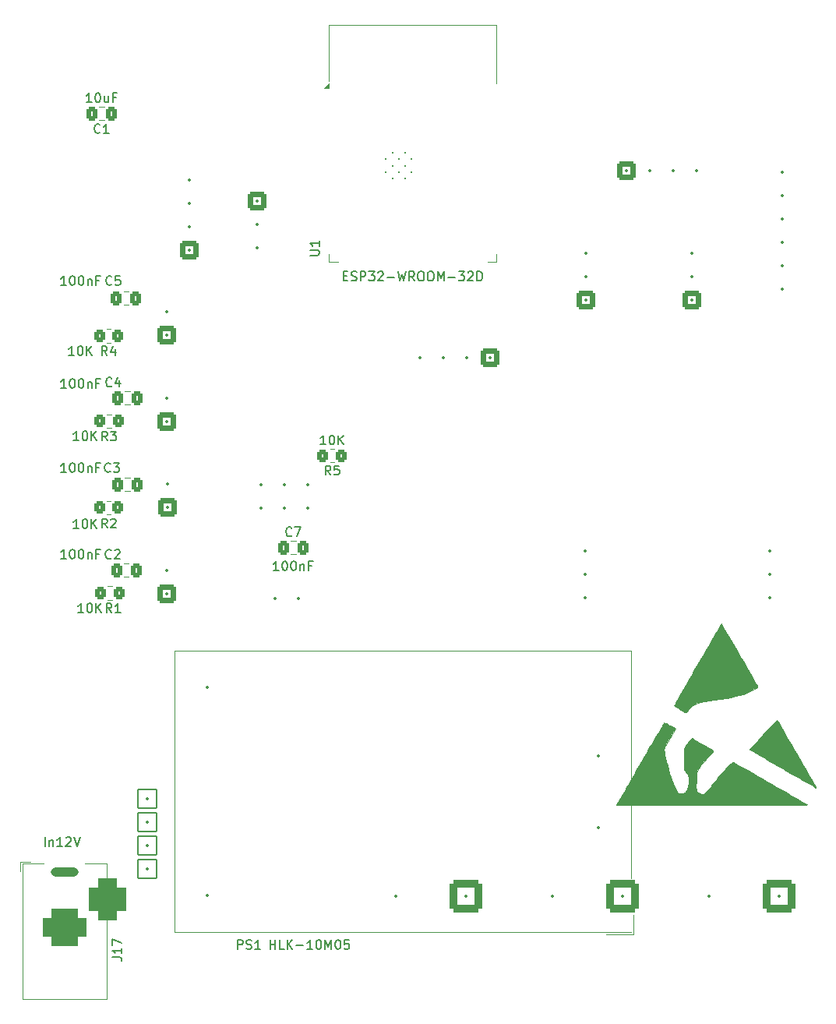
<source format=gbr>
%TF.GenerationSoftware,KiCad,Pcbnew,9.0.5*%
%TF.CreationDate,2025-10-21T15:42:54-03:00*%
%TF.ProjectId,v0.2,76302e32-2e6b-4696-9361-645f70636258,rev?*%
%TF.SameCoordinates,Original*%
%TF.FileFunction,Legend,Top*%
%TF.FilePolarity,Positive*%
%FSLAX46Y46*%
G04 Gerber Fmt 4.6, Leading zero omitted, Abs format (unit mm)*
G04 Created by KiCad (PCBNEW 9.0.5) date 2025-10-21 15:42:54*
%MOMM*%
%LPD*%
G01*
G04 APERTURE LIST*
G04 Aperture macros list*
%AMRoundRect*
0 Rectangle with rounded corners*
0 $1 Rounding radius*
0 $2 $3 $4 $5 $6 $7 $8 $9 X,Y pos of 4 corners*
0 Add a 4 corners polygon primitive as box body*
4,1,4,$2,$3,$4,$5,$6,$7,$8,$9,$2,$3,0*
0 Add four circle primitives for the rounded corners*
1,1,$1+$1,$2,$3*
1,1,$1+$1,$4,$5*
1,1,$1+$1,$6,$7*
1,1,$1+$1,$8,$9*
0 Add four rect primitives between the rounded corners*
20,1,$1+$1,$2,$3,$4,$5,0*
20,1,$1+$1,$4,$5,$6,$7,0*
20,1,$1+$1,$6,$7,$8,$9,0*
20,1,$1+$1,$8,$9,$2,$3,0*%
G04 Aperture macros list end*
%ADD10C,0.150000*%
%ADD11C,0.120000*%
%ADD12C,0.010000*%
%ADD13RoundRect,0.250000X-0.350000X-0.450000X0.350000X-0.450000X0.350000X0.450000X-0.350000X0.450000X0*%
%ADD14RoundRect,0.250000X-0.337500X-0.475000X0.337500X-0.475000X0.337500X0.475000X-0.337500X0.475000X0*%
%ADD15RoundRect,0.250000X0.337500X0.475000X-0.337500X0.475000X-0.337500X-0.475000X0.337500X-0.475000X0*%
%ADD16R,4.500000X4.500000*%
%ADD17RoundRect,1.000000X1.400000X-1.000000X1.400000X1.000000X-1.400000X1.000000X-1.400000X-1.000000X0*%
%ADD18RoundRect,1.000000X1.000000X-1.250000X1.000000X1.250000X-1.000000X1.250000X-1.000000X-1.250000X0*%
%ADD19RoundRect,0.250000X0.350000X0.450000X-0.350000X0.450000X-0.350000X-0.450000X0.350000X-0.450000X0*%
%ADD20R,1.500000X0.800000*%
%ADD21R,0.800000X1.500000*%
%ADD22C,0.600000*%
%ADD23R,3.800000X3.800000*%
%ADD24C,3.500000*%
%ADD25O,3.500000X3.500000*%
%ADD26R,3.000000X2.100000*%
%ADD27O,3.000000X2.100000*%
%ADD28RoundRect,0.301724X0.748276X-0.748276X0.748276X0.748276X-0.748276X0.748276X-0.748276X-0.748276X0*%
%ADD29C,2.100000*%
%ADD30RoundRect,0.428573X1.371427X1.371427X-1.371427X1.371427X-1.371427X-1.371427X1.371427X-1.371427X0*%
%ADD31O,3.600000X3.600000*%
%ADD32RoundRect,0.301724X0.748276X0.748276X-0.748276X0.748276X-0.748276X-0.748276X0.748276X-0.748276X0*%
%ADD33RoundRect,0.301724X-0.748276X-0.748276X0.748276X-0.748276X0.748276X0.748276X-0.748276X0.748276X0*%
%ADD34RoundRect,0.102000X-1.000000X-1.000000X1.000000X-1.000000X1.000000X1.000000X-1.000000X1.000000X0*%
%ADD35RoundRect,0.301724X-0.748276X0.748276X-0.748276X-0.748276X0.748276X-0.748276X0.748276X0.748276X0*%
%ADD36R,2.100000X2.100000*%
%ADD37O,2.100000X2.100000*%
%ADD38C,1.800000*%
%ADD39C,0.800000*%
%ADD40O,3.000000X1.000000*%
%ADD41O,1.000000X3.000000*%
%ADD42C,0.200000*%
%ADD43C,0.350000*%
G04 APERTURE END LIST*
D10*
X42038731Y-108604799D02*
X41705398Y-108128608D01*
X41467303Y-108604799D02*
X41467303Y-107604799D01*
X41467303Y-107604799D02*
X41848255Y-107604799D01*
X41848255Y-107604799D02*
X41943493Y-107652418D01*
X41943493Y-107652418D02*
X41991112Y-107700037D01*
X41991112Y-107700037D02*
X42038731Y-107795275D01*
X42038731Y-107795275D02*
X42038731Y-107938132D01*
X42038731Y-107938132D02*
X41991112Y-108033370D01*
X41991112Y-108033370D02*
X41943493Y-108080989D01*
X41943493Y-108080989D02*
X41848255Y-108128608D01*
X41848255Y-108128608D02*
X41467303Y-108128608D01*
X42419684Y-107700037D02*
X42467303Y-107652418D01*
X42467303Y-107652418D02*
X42562541Y-107604799D01*
X42562541Y-107604799D02*
X42800636Y-107604799D01*
X42800636Y-107604799D02*
X42895874Y-107652418D01*
X42895874Y-107652418D02*
X42943493Y-107700037D01*
X42943493Y-107700037D02*
X42991112Y-107795275D01*
X42991112Y-107795275D02*
X42991112Y-107890513D01*
X42991112Y-107890513D02*
X42943493Y-108033370D01*
X42943493Y-108033370D02*
X42372065Y-108604799D01*
X42372065Y-108604799D02*
X42991112Y-108604799D01*
X38933523Y-108658819D02*
X38362095Y-108658819D01*
X38647809Y-108658819D02*
X38647809Y-107658819D01*
X38647809Y-107658819D02*
X38552571Y-107801676D01*
X38552571Y-107801676D02*
X38457333Y-107896914D01*
X38457333Y-107896914D02*
X38362095Y-107944533D01*
X39552571Y-107658819D02*
X39647809Y-107658819D01*
X39647809Y-107658819D02*
X39743047Y-107706438D01*
X39743047Y-107706438D02*
X39790666Y-107754057D01*
X39790666Y-107754057D02*
X39838285Y-107849295D01*
X39838285Y-107849295D02*
X39885904Y-108039771D01*
X39885904Y-108039771D02*
X39885904Y-108277866D01*
X39885904Y-108277866D02*
X39838285Y-108468342D01*
X39838285Y-108468342D02*
X39790666Y-108563580D01*
X39790666Y-108563580D02*
X39743047Y-108611200D01*
X39743047Y-108611200D02*
X39647809Y-108658819D01*
X39647809Y-108658819D02*
X39552571Y-108658819D01*
X39552571Y-108658819D02*
X39457333Y-108611200D01*
X39457333Y-108611200D02*
X39409714Y-108563580D01*
X39409714Y-108563580D02*
X39362095Y-108468342D01*
X39362095Y-108468342D02*
X39314476Y-108277866D01*
X39314476Y-108277866D02*
X39314476Y-108039771D01*
X39314476Y-108039771D02*
X39362095Y-107849295D01*
X39362095Y-107849295D02*
X39409714Y-107754057D01*
X39409714Y-107754057D02*
X39457333Y-107706438D01*
X39457333Y-107706438D02*
X39552571Y-107658819D01*
X40314476Y-108658819D02*
X40314476Y-107658819D01*
X40885904Y-108658819D02*
X40457333Y-108087390D01*
X40885904Y-107658819D02*
X40314476Y-108230247D01*
X42505333Y-82147580D02*
X42457714Y-82195200D01*
X42457714Y-82195200D02*
X42314857Y-82242819D01*
X42314857Y-82242819D02*
X42219619Y-82242819D01*
X42219619Y-82242819D02*
X42076762Y-82195200D01*
X42076762Y-82195200D02*
X41981524Y-82099961D01*
X41981524Y-82099961D02*
X41933905Y-82004723D01*
X41933905Y-82004723D02*
X41886286Y-81814247D01*
X41886286Y-81814247D02*
X41886286Y-81671390D01*
X41886286Y-81671390D02*
X41933905Y-81480914D01*
X41933905Y-81480914D02*
X41981524Y-81385676D01*
X41981524Y-81385676D02*
X42076762Y-81290438D01*
X42076762Y-81290438D02*
X42219619Y-81242819D01*
X42219619Y-81242819D02*
X42314857Y-81242819D01*
X42314857Y-81242819D02*
X42457714Y-81290438D01*
X42457714Y-81290438D02*
X42505333Y-81338057D01*
X43410095Y-81242819D02*
X42933905Y-81242819D01*
X42933905Y-81242819D02*
X42886286Y-81719009D01*
X42886286Y-81719009D02*
X42933905Y-81671390D01*
X42933905Y-81671390D02*
X43029143Y-81623771D01*
X43029143Y-81623771D02*
X43267238Y-81623771D01*
X43267238Y-81623771D02*
X43362476Y-81671390D01*
X43362476Y-81671390D02*
X43410095Y-81719009D01*
X43410095Y-81719009D02*
X43457714Y-81814247D01*
X43457714Y-81814247D02*
X43457714Y-82052342D01*
X43457714Y-82052342D02*
X43410095Y-82147580D01*
X43410095Y-82147580D02*
X43362476Y-82195200D01*
X43362476Y-82195200D02*
X43267238Y-82242819D01*
X43267238Y-82242819D02*
X43029143Y-82242819D01*
X43029143Y-82242819D02*
X42933905Y-82195200D01*
X42933905Y-82195200D02*
X42886286Y-82147580D01*
X37568380Y-82242819D02*
X36996952Y-82242819D01*
X37282666Y-82242819D02*
X37282666Y-81242819D01*
X37282666Y-81242819D02*
X37187428Y-81385676D01*
X37187428Y-81385676D02*
X37092190Y-81480914D01*
X37092190Y-81480914D02*
X36996952Y-81528533D01*
X38187428Y-81242819D02*
X38282666Y-81242819D01*
X38282666Y-81242819D02*
X38377904Y-81290438D01*
X38377904Y-81290438D02*
X38425523Y-81338057D01*
X38425523Y-81338057D02*
X38473142Y-81433295D01*
X38473142Y-81433295D02*
X38520761Y-81623771D01*
X38520761Y-81623771D02*
X38520761Y-81861866D01*
X38520761Y-81861866D02*
X38473142Y-82052342D01*
X38473142Y-82052342D02*
X38425523Y-82147580D01*
X38425523Y-82147580D02*
X38377904Y-82195200D01*
X38377904Y-82195200D02*
X38282666Y-82242819D01*
X38282666Y-82242819D02*
X38187428Y-82242819D01*
X38187428Y-82242819D02*
X38092190Y-82195200D01*
X38092190Y-82195200D02*
X38044571Y-82147580D01*
X38044571Y-82147580D02*
X37996952Y-82052342D01*
X37996952Y-82052342D02*
X37949333Y-81861866D01*
X37949333Y-81861866D02*
X37949333Y-81623771D01*
X37949333Y-81623771D02*
X37996952Y-81433295D01*
X37996952Y-81433295D02*
X38044571Y-81338057D01*
X38044571Y-81338057D02*
X38092190Y-81290438D01*
X38092190Y-81290438D02*
X38187428Y-81242819D01*
X39139809Y-81242819D02*
X39235047Y-81242819D01*
X39235047Y-81242819D02*
X39330285Y-81290438D01*
X39330285Y-81290438D02*
X39377904Y-81338057D01*
X39377904Y-81338057D02*
X39425523Y-81433295D01*
X39425523Y-81433295D02*
X39473142Y-81623771D01*
X39473142Y-81623771D02*
X39473142Y-81861866D01*
X39473142Y-81861866D02*
X39425523Y-82052342D01*
X39425523Y-82052342D02*
X39377904Y-82147580D01*
X39377904Y-82147580D02*
X39330285Y-82195200D01*
X39330285Y-82195200D02*
X39235047Y-82242819D01*
X39235047Y-82242819D02*
X39139809Y-82242819D01*
X39139809Y-82242819D02*
X39044571Y-82195200D01*
X39044571Y-82195200D02*
X38996952Y-82147580D01*
X38996952Y-82147580D02*
X38949333Y-82052342D01*
X38949333Y-82052342D02*
X38901714Y-81861866D01*
X38901714Y-81861866D02*
X38901714Y-81623771D01*
X38901714Y-81623771D02*
X38949333Y-81433295D01*
X38949333Y-81433295D02*
X38996952Y-81338057D01*
X38996952Y-81338057D02*
X39044571Y-81290438D01*
X39044571Y-81290438D02*
X39139809Y-81242819D01*
X39901714Y-81576152D02*
X39901714Y-82242819D01*
X39901714Y-81671390D02*
X39949333Y-81623771D01*
X39949333Y-81623771D02*
X40044571Y-81576152D01*
X40044571Y-81576152D02*
X40187428Y-81576152D01*
X40187428Y-81576152D02*
X40282666Y-81623771D01*
X40282666Y-81623771D02*
X40330285Y-81719009D01*
X40330285Y-81719009D02*
X40330285Y-82242819D01*
X41139809Y-81719009D02*
X40806476Y-81719009D01*
X40806476Y-82242819D02*
X40806476Y-81242819D01*
X40806476Y-81242819D02*
X41282666Y-81242819D01*
X41253333Y-65639580D02*
X41205714Y-65687200D01*
X41205714Y-65687200D02*
X41062857Y-65734819D01*
X41062857Y-65734819D02*
X40967619Y-65734819D01*
X40967619Y-65734819D02*
X40824762Y-65687200D01*
X40824762Y-65687200D02*
X40729524Y-65591961D01*
X40729524Y-65591961D02*
X40681905Y-65496723D01*
X40681905Y-65496723D02*
X40634286Y-65306247D01*
X40634286Y-65306247D02*
X40634286Y-65163390D01*
X40634286Y-65163390D02*
X40681905Y-64972914D01*
X40681905Y-64972914D02*
X40729524Y-64877676D01*
X40729524Y-64877676D02*
X40824762Y-64782438D01*
X40824762Y-64782438D02*
X40967619Y-64734819D01*
X40967619Y-64734819D02*
X41062857Y-64734819D01*
X41062857Y-64734819D02*
X41205714Y-64782438D01*
X41205714Y-64782438D02*
X41253333Y-64830057D01*
X42205714Y-65734819D02*
X41634286Y-65734819D01*
X41920000Y-65734819D02*
X41920000Y-64734819D01*
X41920000Y-64734819D02*
X41824762Y-64877676D01*
X41824762Y-64877676D02*
X41729524Y-64972914D01*
X41729524Y-64972914D02*
X41634286Y-65020533D01*
X40348571Y-62374819D02*
X39777143Y-62374819D01*
X40062857Y-62374819D02*
X40062857Y-61374819D01*
X40062857Y-61374819D02*
X39967619Y-61517676D01*
X39967619Y-61517676D02*
X39872381Y-61612914D01*
X39872381Y-61612914D02*
X39777143Y-61660533D01*
X40967619Y-61374819D02*
X41062857Y-61374819D01*
X41062857Y-61374819D02*
X41158095Y-61422438D01*
X41158095Y-61422438D02*
X41205714Y-61470057D01*
X41205714Y-61470057D02*
X41253333Y-61565295D01*
X41253333Y-61565295D02*
X41300952Y-61755771D01*
X41300952Y-61755771D02*
X41300952Y-61993866D01*
X41300952Y-61993866D02*
X41253333Y-62184342D01*
X41253333Y-62184342D02*
X41205714Y-62279580D01*
X41205714Y-62279580D02*
X41158095Y-62327200D01*
X41158095Y-62327200D02*
X41062857Y-62374819D01*
X41062857Y-62374819D02*
X40967619Y-62374819D01*
X40967619Y-62374819D02*
X40872381Y-62327200D01*
X40872381Y-62327200D02*
X40824762Y-62279580D01*
X40824762Y-62279580D02*
X40777143Y-62184342D01*
X40777143Y-62184342D02*
X40729524Y-61993866D01*
X40729524Y-61993866D02*
X40729524Y-61755771D01*
X40729524Y-61755771D02*
X40777143Y-61565295D01*
X40777143Y-61565295D02*
X40824762Y-61470057D01*
X40824762Y-61470057D02*
X40872381Y-61422438D01*
X40872381Y-61422438D02*
X40967619Y-61374819D01*
X42158095Y-61708152D02*
X42158095Y-62374819D01*
X41729524Y-61708152D02*
X41729524Y-62231961D01*
X41729524Y-62231961D02*
X41777143Y-62327200D01*
X41777143Y-62327200D02*
X41872381Y-62374819D01*
X41872381Y-62374819D02*
X42015238Y-62374819D01*
X42015238Y-62374819D02*
X42110476Y-62327200D01*
X42110476Y-62327200D02*
X42158095Y-62279580D01*
X42967619Y-61851009D02*
X42634286Y-61851009D01*
X42634286Y-62374819D02*
X42634286Y-61374819D01*
X42634286Y-61374819D02*
X43110476Y-61374819D01*
X42505333Y-117802819D02*
X42172000Y-117326628D01*
X41933905Y-117802819D02*
X41933905Y-116802819D01*
X41933905Y-116802819D02*
X42314857Y-116802819D01*
X42314857Y-116802819D02*
X42410095Y-116850438D01*
X42410095Y-116850438D02*
X42457714Y-116898057D01*
X42457714Y-116898057D02*
X42505333Y-116993295D01*
X42505333Y-116993295D02*
X42505333Y-117136152D01*
X42505333Y-117136152D02*
X42457714Y-117231390D01*
X42457714Y-117231390D02*
X42410095Y-117279009D01*
X42410095Y-117279009D02*
X42314857Y-117326628D01*
X42314857Y-117326628D02*
X41933905Y-117326628D01*
X43457714Y-117802819D02*
X42886286Y-117802819D01*
X43172000Y-117802819D02*
X43172000Y-116802819D01*
X43172000Y-116802819D02*
X43076762Y-116945676D01*
X43076762Y-116945676D02*
X42981524Y-117040914D01*
X42981524Y-117040914D02*
X42886286Y-117088533D01*
X39441523Y-117804819D02*
X38870095Y-117804819D01*
X39155809Y-117804819D02*
X39155809Y-116804819D01*
X39155809Y-116804819D02*
X39060571Y-116947676D01*
X39060571Y-116947676D02*
X38965333Y-117042914D01*
X38965333Y-117042914D02*
X38870095Y-117090533D01*
X40060571Y-116804819D02*
X40155809Y-116804819D01*
X40155809Y-116804819D02*
X40251047Y-116852438D01*
X40251047Y-116852438D02*
X40298666Y-116900057D01*
X40298666Y-116900057D02*
X40346285Y-116995295D01*
X40346285Y-116995295D02*
X40393904Y-117185771D01*
X40393904Y-117185771D02*
X40393904Y-117423866D01*
X40393904Y-117423866D02*
X40346285Y-117614342D01*
X40346285Y-117614342D02*
X40298666Y-117709580D01*
X40298666Y-117709580D02*
X40251047Y-117757200D01*
X40251047Y-117757200D02*
X40155809Y-117804819D01*
X40155809Y-117804819D02*
X40060571Y-117804819D01*
X40060571Y-117804819D02*
X39965333Y-117757200D01*
X39965333Y-117757200D02*
X39917714Y-117709580D01*
X39917714Y-117709580D02*
X39870095Y-117614342D01*
X39870095Y-117614342D02*
X39822476Y-117423866D01*
X39822476Y-117423866D02*
X39822476Y-117185771D01*
X39822476Y-117185771D02*
X39870095Y-116995295D01*
X39870095Y-116995295D02*
X39917714Y-116900057D01*
X39917714Y-116900057D02*
X39965333Y-116852438D01*
X39965333Y-116852438D02*
X40060571Y-116804819D01*
X40822476Y-117804819D02*
X40822476Y-116804819D01*
X41393904Y-117804819D02*
X40965333Y-117233390D01*
X41393904Y-116804819D02*
X40822476Y-117376247D01*
X62083333Y-109429580D02*
X62035714Y-109477200D01*
X62035714Y-109477200D02*
X61892857Y-109524819D01*
X61892857Y-109524819D02*
X61797619Y-109524819D01*
X61797619Y-109524819D02*
X61654762Y-109477200D01*
X61654762Y-109477200D02*
X61559524Y-109381961D01*
X61559524Y-109381961D02*
X61511905Y-109286723D01*
X61511905Y-109286723D02*
X61464286Y-109096247D01*
X61464286Y-109096247D02*
X61464286Y-108953390D01*
X61464286Y-108953390D02*
X61511905Y-108762914D01*
X61511905Y-108762914D02*
X61559524Y-108667676D01*
X61559524Y-108667676D02*
X61654762Y-108572438D01*
X61654762Y-108572438D02*
X61797619Y-108524819D01*
X61797619Y-108524819D02*
X61892857Y-108524819D01*
X61892857Y-108524819D02*
X62035714Y-108572438D01*
X62035714Y-108572438D02*
X62083333Y-108620057D01*
X62416667Y-108524819D02*
X63083333Y-108524819D01*
X63083333Y-108524819D02*
X62654762Y-109524819D01*
X60664880Y-113230819D02*
X60093452Y-113230819D01*
X60379166Y-113230819D02*
X60379166Y-112230819D01*
X60379166Y-112230819D02*
X60283928Y-112373676D01*
X60283928Y-112373676D02*
X60188690Y-112468914D01*
X60188690Y-112468914D02*
X60093452Y-112516533D01*
X61283928Y-112230819D02*
X61379166Y-112230819D01*
X61379166Y-112230819D02*
X61474404Y-112278438D01*
X61474404Y-112278438D02*
X61522023Y-112326057D01*
X61522023Y-112326057D02*
X61569642Y-112421295D01*
X61569642Y-112421295D02*
X61617261Y-112611771D01*
X61617261Y-112611771D02*
X61617261Y-112849866D01*
X61617261Y-112849866D02*
X61569642Y-113040342D01*
X61569642Y-113040342D02*
X61522023Y-113135580D01*
X61522023Y-113135580D02*
X61474404Y-113183200D01*
X61474404Y-113183200D02*
X61379166Y-113230819D01*
X61379166Y-113230819D02*
X61283928Y-113230819D01*
X61283928Y-113230819D02*
X61188690Y-113183200D01*
X61188690Y-113183200D02*
X61141071Y-113135580D01*
X61141071Y-113135580D02*
X61093452Y-113040342D01*
X61093452Y-113040342D02*
X61045833Y-112849866D01*
X61045833Y-112849866D02*
X61045833Y-112611771D01*
X61045833Y-112611771D02*
X61093452Y-112421295D01*
X61093452Y-112421295D02*
X61141071Y-112326057D01*
X61141071Y-112326057D02*
X61188690Y-112278438D01*
X61188690Y-112278438D02*
X61283928Y-112230819D01*
X62236309Y-112230819D02*
X62331547Y-112230819D01*
X62331547Y-112230819D02*
X62426785Y-112278438D01*
X62426785Y-112278438D02*
X62474404Y-112326057D01*
X62474404Y-112326057D02*
X62522023Y-112421295D01*
X62522023Y-112421295D02*
X62569642Y-112611771D01*
X62569642Y-112611771D02*
X62569642Y-112849866D01*
X62569642Y-112849866D02*
X62522023Y-113040342D01*
X62522023Y-113040342D02*
X62474404Y-113135580D01*
X62474404Y-113135580D02*
X62426785Y-113183200D01*
X62426785Y-113183200D02*
X62331547Y-113230819D01*
X62331547Y-113230819D02*
X62236309Y-113230819D01*
X62236309Y-113230819D02*
X62141071Y-113183200D01*
X62141071Y-113183200D02*
X62093452Y-113135580D01*
X62093452Y-113135580D02*
X62045833Y-113040342D01*
X62045833Y-113040342D02*
X61998214Y-112849866D01*
X61998214Y-112849866D02*
X61998214Y-112611771D01*
X61998214Y-112611771D02*
X62045833Y-112421295D01*
X62045833Y-112421295D02*
X62093452Y-112326057D01*
X62093452Y-112326057D02*
X62141071Y-112278438D01*
X62141071Y-112278438D02*
X62236309Y-112230819D01*
X62998214Y-112564152D02*
X62998214Y-113230819D01*
X62998214Y-112659390D02*
X63045833Y-112611771D01*
X63045833Y-112611771D02*
X63141071Y-112564152D01*
X63141071Y-112564152D02*
X63283928Y-112564152D01*
X63283928Y-112564152D02*
X63379166Y-112611771D01*
X63379166Y-112611771D02*
X63426785Y-112707009D01*
X63426785Y-112707009D02*
X63426785Y-113230819D01*
X64236309Y-112707009D02*
X63902976Y-112707009D01*
X63902976Y-113230819D02*
X63902976Y-112230819D01*
X63902976Y-112230819D02*
X64379166Y-112230819D01*
X42604819Y-155259523D02*
X43319104Y-155259523D01*
X43319104Y-155259523D02*
X43461961Y-155307142D01*
X43461961Y-155307142D02*
X43557200Y-155402380D01*
X43557200Y-155402380D02*
X43604819Y-155545237D01*
X43604819Y-155545237D02*
X43604819Y-155640475D01*
X43604819Y-154259523D02*
X43604819Y-154830951D01*
X43604819Y-154545237D02*
X42604819Y-154545237D01*
X42604819Y-154545237D02*
X42747676Y-154640475D01*
X42747676Y-154640475D02*
X42842914Y-154735713D01*
X42842914Y-154735713D02*
X42890533Y-154830951D01*
X42604819Y-153926189D02*
X42604819Y-153259523D01*
X42604819Y-153259523D02*
X43604819Y-153688094D01*
X35250667Y-143202819D02*
X35250667Y-142202819D01*
X35726857Y-142536152D02*
X35726857Y-143202819D01*
X35726857Y-142631390D02*
X35774476Y-142583771D01*
X35774476Y-142583771D02*
X35869714Y-142536152D01*
X35869714Y-142536152D02*
X36012571Y-142536152D01*
X36012571Y-142536152D02*
X36107809Y-142583771D01*
X36107809Y-142583771D02*
X36155428Y-142679009D01*
X36155428Y-142679009D02*
X36155428Y-143202819D01*
X37155428Y-143202819D02*
X36584000Y-143202819D01*
X36869714Y-143202819D02*
X36869714Y-142202819D01*
X36869714Y-142202819D02*
X36774476Y-142345676D01*
X36774476Y-142345676D02*
X36679238Y-142440914D01*
X36679238Y-142440914D02*
X36584000Y-142488533D01*
X37536381Y-142298057D02*
X37584000Y-142250438D01*
X37584000Y-142250438D02*
X37679238Y-142202819D01*
X37679238Y-142202819D02*
X37917333Y-142202819D01*
X37917333Y-142202819D02*
X38012571Y-142250438D01*
X38012571Y-142250438D02*
X38060190Y-142298057D01*
X38060190Y-142298057D02*
X38107809Y-142393295D01*
X38107809Y-142393295D02*
X38107809Y-142488533D01*
X38107809Y-142488533D02*
X38060190Y-142631390D01*
X38060190Y-142631390D02*
X37488762Y-143202819D01*
X37488762Y-143202819D02*
X38107809Y-143202819D01*
X38393524Y-142202819D02*
X38726857Y-143202819D01*
X38726857Y-143202819D02*
X39060190Y-142202819D01*
X66303333Y-102854819D02*
X65970000Y-102378628D01*
X65731905Y-102854819D02*
X65731905Y-101854819D01*
X65731905Y-101854819D02*
X66112857Y-101854819D01*
X66112857Y-101854819D02*
X66208095Y-101902438D01*
X66208095Y-101902438D02*
X66255714Y-101950057D01*
X66255714Y-101950057D02*
X66303333Y-102045295D01*
X66303333Y-102045295D02*
X66303333Y-102188152D01*
X66303333Y-102188152D02*
X66255714Y-102283390D01*
X66255714Y-102283390D02*
X66208095Y-102331009D01*
X66208095Y-102331009D02*
X66112857Y-102378628D01*
X66112857Y-102378628D02*
X65731905Y-102378628D01*
X67208095Y-101854819D02*
X66731905Y-101854819D01*
X66731905Y-101854819D02*
X66684286Y-102331009D01*
X66684286Y-102331009D02*
X66731905Y-102283390D01*
X66731905Y-102283390D02*
X66827143Y-102235771D01*
X66827143Y-102235771D02*
X67065238Y-102235771D01*
X67065238Y-102235771D02*
X67160476Y-102283390D01*
X67160476Y-102283390D02*
X67208095Y-102331009D01*
X67208095Y-102331009D02*
X67255714Y-102426247D01*
X67255714Y-102426247D02*
X67255714Y-102664342D01*
X67255714Y-102664342D02*
X67208095Y-102759580D01*
X67208095Y-102759580D02*
X67160476Y-102807200D01*
X67160476Y-102807200D02*
X67065238Y-102854819D01*
X67065238Y-102854819D02*
X66827143Y-102854819D01*
X66827143Y-102854819D02*
X66731905Y-102807200D01*
X66731905Y-102807200D02*
X66684286Y-102759580D01*
X65779523Y-99554819D02*
X65208095Y-99554819D01*
X65493809Y-99554819D02*
X65493809Y-98554819D01*
X65493809Y-98554819D02*
X65398571Y-98697676D01*
X65398571Y-98697676D02*
X65303333Y-98792914D01*
X65303333Y-98792914D02*
X65208095Y-98840533D01*
X66398571Y-98554819D02*
X66493809Y-98554819D01*
X66493809Y-98554819D02*
X66589047Y-98602438D01*
X66589047Y-98602438D02*
X66636666Y-98650057D01*
X66636666Y-98650057D02*
X66684285Y-98745295D01*
X66684285Y-98745295D02*
X66731904Y-98935771D01*
X66731904Y-98935771D02*
X66731904Y-99173866D01*
X66731904Y-99173866D02*
X66684285Y-99364342D01*
X66684285Y-99364342D02*
X66636666Y-99459580D01*
X66636666Y-99459580D02*
X66589047Y-99507200D01*
X66589047Y-99507200D02*
X66493809Y-99554819D01*
X66493809Y-99554819D02*
X66398571Y-99554819D01*
X66398571Y-99554819D02*
X66303333Y-99507200D01*
X66303333Y-99507200D02*
X66255714Y-99459580D01*
X66255714Y-99459580D02*
X66208095Y-99364342D01*
X66208095Y-99364342D02*
X66160476Y-99173866D01*
X66160476Y-99173866D02*
X66160476Y-98935771D01*
X66160476Y-98935771D02*
X66208095Y-98745295D01*
X66208095Y-98745295D02*
X66255714Y-98650057D01*
X66255714Y-98650057D02*
X66303333Y-98602438D01*
X66303333Y-98602438D02*
X66398571Y-98554819D01*
X67160476Y-99554819D02*
X67160476Y-98554819D01*
X67731904Y-99554819D02*
X67303333Y-98983390D01*
X67731904Y-98554819D02*
X67160476Y-99126247D01*
X64064819Y-78991904D02*
X64874342Y-78991904D01*
X64874342Y-78991904D02*
X64969580Y-78944285D01*
X64969580Y-78944285D02*
X65017200Y-78896666D01*
X65017200Y-78896666D02*
X65064819Y-78801428D01*
X65064819Y-78801428D02*
X65064819Y-78610952D01*
X65064819Y-78610952D02*
X65017200Y-78515714D01*
X65017200Y-78515714D02*
X64969580Y-78468095D01*
X64969580Y-78468095D02*
X64874342Y-78420476D01*
X64874342Y-78420476D02*
X64064819Y-78420476D01*
X65064819Y-77420476D02*
X65064819Y-77991904D01*
X65064819Y-77706190D02*
X64064819Y-77706190D01*
X64064819Y-77706190D02*
X64207676Y-77801428D01*
X64207676Y-77801428D02*
X64302914Y-77896666D01*
X64302914Y-77896666D02*
X64350533Y-77991904D01*
X67696191Y-81231009D02*
X68029524Y-81231009D01*
X68172381Y-81754819D02*
X67696191Y-81754819D01*
X67696191Y-81754819D02*
X67696191Y-80754819D01*
X67696191Y-80754819D02*
X68172381Y-80754819D01*
X68553334Y-81707200D02*
X68696191Y-81754819D01*
X68696191Y-81754819D02*
X68934286Y-81754819D01*
X68934286Y-81754819D02*
X69029524Y-81707200D01*
X69029524Y-81707200D02*
X69077143Y-81659580D01*
X69077143Y-81659580D02*
X69124762Y-81564342D01*
X69124762Y-81564342D02*
X69124762Y-81469104D01*
X69124762Y-81469104D02*
X69077143Y-81373866D01*
X69077143Y-81373866D02*
X69029524Y-81326247D01*
X69029524Y-81326247D02*
X68934286Y-81278628D01*
X68934286Y-81278628D02*
X68743810Y-81231009D01*
X68743810Y-81231009D02*
X68648572Y-81183390D01*
X68648572Y-81183390D02*
X68600953Y-81135771D01*
X68600953Y-81135771D02*
X68553334Y-81040533D01*
X68553334Y-81040533D02*
X68553334Y-80945295D01*
X68553334Y-80945295D02*
X68600953Y-80850057D01*
X68600953Y-80850057D02*
X68648572Y-80802438D01*
X68648572Y-80802438D02*
X68743810Y-80754819D01*
X68743810Y-80754819D02*
X68981905Y-80754819D01*
X68981905Y-80754819D02*
X69124762Y-80802438D01*
X69553334Y-81754819D02*
X69553334Y-80754819D01*
X69553334Y-80754819D02*
X69934286Y-80754819D01*
X69934286Y-80754819D02*
X70029524Y-80802438D01*
X70029524Y-80802438D02*
X70077143Y-80850057D01*
X70077143Y-80850057D02*
X70124762Y-80945295D01*
X70124762Y-80945295D02*
X70124762Y-81088152D01*
X70124762Y-81088152D02*
X70077143Y-81183390D01*
X70077143Y-81183390D02*
X70029524Y-81231009D01*
X70029524Y-81231009D02*
X69934286Y-81278628D01*
X69934286Y-81278628D02*
X69553334Y-81278628D01*
X70458096Y-80754819D02*
X71077143Y-80754819D01*
X71077143Y-80754819D02*
X70743810Y-81135771D01*
X70743810Y-81135771D02*
X70886667Y-81135771D01*
X70886667Y-81135771D02*
X70981905Y-81183390D01*
X70981905Y-81183390D02*
X71029524Y-81231009D01*
X71029524Y-81231009D02*
X71077143Y-81326247D01*
X71077143Y-81326247D02*
X71077143Y-81564342D01*
X71077143Y-81564342D02*
X71029524Y-81659580D01*
X71029524Y-81659580D02*
X70981905Y-81707200D01*
X70981905Y-81707200D02*
X70886667Y-81754819D01*
X70886667Y-81754819D02*
X70600953Y-81754819D01*
X70600953Y-81754819D02*
X70505715Y-81707200D01*
X70505715Y-81707200D02*
X70458096Y-81659580D01*
X71458096Y-80850057D02*
X71505715Y-80802438D01*
X71505715Y-80802438D02*
X71600953Y-80754819D01*
X71600953Y-80754819D02*
X71839048Y-80754819D01*
X71839048Y-80754819D02*
X71934286Y-80802438D01*
X71934286Y-80802438D02*
X71981905Y-80850057D01*
X71981905Y-80850057D02*
X72029524Y-80945295D01*
X72029524Y-80945295D02*
X72029524Y-81040533D01*
X72029524Y-81040533D02*
X71981905Y-81183390D01*
X71981905Y-81183390D02*
X71410477Y-81754819D01*
X71410477Y-81754819D02*
X72029524Y-81754819D01*
X72458096Y-81373866D02*
X73220001Y-81373866D01*
X73600953Y-80754819D02*
X73839048Y-81754819D01*
X73839048Y-81754819D02*
X74029524Y-81040533D01*
X74029524Y-81040533D02*
X74220000Y-81754819D01*
X74220000Y-81754819D02*
X74458096Y-80754819D01*
X75410476Y-81754819D02*
X75077143Y-81278628D01*
X74839048Y-81754819D02*
X74839048Y-80754819D01*
X74839048Y-80754819D02*
X75220000Y-80754819D01*
X75220000Y-80754819D02*
X75315238Y-80802438D01*
X75315238Y-80802438D02*
X75362857Y-80850057D01*
X75362857Y-80850057D02*
X75410476Y-80945295D01*
X75410476Y-80945295D02*
X75410476Y-81088152D01*
X75410476Y-81088152D02*
X75362857Y-81183390D01*
X75362857Y-81183390D02*
X75315238Y-81231009D01*
X75315238Y-81231009D02*
X75220000Y-81278628D01*
X75220000Y-81278628D02*
X74839048Y-81278628D01*
X76029524Y-80754819D02*
X76220000Y-80754819D01*
X76220000Y-80754819D02*
X76315238Y-80802438D01*
X76315238Y-80802438D02*
X76410476Y-80897676D01*
X76410476Y-80897676D02*
X76458095Y-81088152D01*
X76458095Y-81088152D02*
X76458095Y-81421485D01*
X76458095Y-81421485D02*
X76410476Y-81611961D01*
X76410476Y-81611961D02*
X76315238Y-81707200D01*
X76315238Y-81707200D02*
X76220000Y-81754819D01*
X76220000Y-81754819D02*
X76029524Y-81754819D01*
X76029524Y-81754819D02*
X75934286Y-81707200D01*
X75934286Y-81707200D02*
X75839048Y-81611961D01*
X75839048Y-81611961D02*
X75791429Y-81421485D01*
X75791429Y-81421485D02*
X75791429Y-81088152D01*
X75791429Y-81088152D02*
X75839048Y-80897676D01*
X75839048Y-80897676D02*
X75934286Y-80802438D01*
X75934286Y-80802438D02*
X76029524Y-80754819D01*
X77077143Y-80754819D02*
X77267619Y-80754819D01*
X77267619Y-80754819D02*
X77362857Y-80802438D01*
X77362857Y-80802438D02*
X77458095Y-80897676D01*
X77458095Y-80897676D02*
X77505714Y-81088152D01*
X77505714Y-81088152D02*
X77505714Y-81421485D01*
X77505714Y-81421485D02*
X77458095Y-81611961D01*
X77458095Y-81611961D02*
X77362857Y-81707200D01*
X77362857Y-81707200D02*
X77267619Y-81754819D01*
X77267619Y-81754819D02*
X77077143Y-81754819D01*
X77077143Y-81754819D02*
X76981905Y-81707200D01*
X76981905Y-81707200D02*
X76886667Y-81611961D01*
X76886667Y-81611961D02*
X76839048Y-81421485D01*
X76839048Y-81421485D02*
X76839048Y-81088152D01*
X76839048Y-81088152D02*
X76886667Y-80897676D01*
X76886667Y-80897676D02*
X76981905Y-80802438D01*
X76981905Y-80802438D02*
X77077143Y-80754819D01*
X77934286Y-81754819D02*
X77934286Y-80754819D01*
X77934286Y-80754819D02*
X78267619Y-81469104D01*
X78267619Y-81469104D02*
X78600952Y-80754819D01*
X78600952Y-80754819D02*
X78600952Y-81754819D01*
X79077143Y-81373866D02*
X79839048Y-81373866D01*
X80220000Y-80754819D02*
X80839047Y-80754819D01*
X80839047Y-80754819D02*
X80505714Y-81135771D01*
X80505714Y-81135771D02*
X80648571Y-81135771D01*
X80648571Y-81135771D02*
X80743809Y-81183390D01*
X80743809Y-81183390D02*
X80791428Y-81231009D01*
X80791428Y-81231009D02*
X80839047Y-81326247D01*
X80839047Y-81326247D02*
X80839047Y-81564342D01*
X80839047Y-81564342D02*
X80791428Y-81659580D01*
X80791428Y-81659580D02*
X80743809Y-81707200D01*
X80743809Y-81707200D02*
X80648571Y-81754819D01*
X80648571Y-81754819D02*
X80362857Y-81754819D01*
X80362857Y-81754819D02*
X80267619Y-81707200D01*
X80267619Y-81707200D02*
X80220000Y-81659580D01*
X81220000Y-80850057D02*
X81267619Y-80802438D01*
X81267619Y-80802438D02*
X81362857Y-80754819D01*
X81362857Y-80754819D02*
X81600952Y-80754819D01*
X81600952Y-80754819D02*
X81696190Y-80802438D01*
X81696190Y-80802438D02*
X81743809Y-80850057D01*
X81743809Y-80850057D02*
X81791428Y-80945295D01*
X81791428Y-80945295D02*
X81791428Y-81040533D01*
X81791428Y-81040533D02*
X81743809Y-81183390D01*
X81743809Y-81183390D02*
X81172381Y-81754819D01*
X81172381Y-81754819D02*
X81791428Y-81754819D01*
X82220000Y-81754819D02*
X82220000Y-80754819D01*
X82220000Y-80754819D02*
X82458095Y-80754819D01*
X82458095Y-80754819D02*
X82600952Y-80802438D01*
X82600952Y-80802438D02*
X82696190Y-80897676D01*
X82696190Y-80897676D02*
X82743809Y-80992914D01*
X82743809Y-80992914D02*
X82791428Y-81183390D01*
X82791428Y-81183390D02*
X82791428Y-81326247D01*
X82791428Y-81326247D02*
X82743809Y-81516723D01*
X82743809Y-81516723D02*
X82696190Y-81611961D01*
X82696190Y-81611961D02*
X82600952Y-81707200D01*
X82600952Y-81707200D02*
X82458095Y-81754819D01*
X82458095Y-81754819D02*
X82220000Y-81754819D01*
X42015833Y-89862819D02*
X41682500Y-89386628D01*
X41444405Y-89862819D02*
X41444405Y-88862819D01*
X41444405Y-88862819D02*
X41825357Y-88862819D01*
X41825357Y-88862819D02*
X41920595Y-88910438D01*
X41920595Y-88910438D02*
X41968214Y-88958057D01*
X41968214Y-88958057D02*
X42015833Y-89053295D01*
X42015833Y-89053295D02*
X42015833Y-89196152D01*
X42015833Y-89196152D02*
X41968214Y-89291390D01*
X41968214Y-89291390D02*
X41920595Y-89339009D01*
X41920595Y-89339009D02*
X41825357Y-89386628D01*
X41825357Y-89386628D02*
X41444405Y-89386628D01*
X42872976Y-89196152D02*
X42872976Y-89862819D01*
X42634881Y-88815200D02*
X42396786Y-89529485D01*
X42396786Y-89529485D02*
X43015833Y-89529485D01*
X38425523Y-89862819D02*
X37854095Y-89862819D01*
X38139809Y-89862819D02*
X38139809Y-88862819D01*
X38139809Y-88862819D02*
X38044571Y-89005676D01*
X38044571Y-89005676D02*
X37949333Y-89100914D01*
X37949333Y-89100914D02*
X37854095Y-89148533D01*
X39044571Y-88862819D02*
X39139809Y-88862819D01*
X39139809Y-88862819D02*
X39235047Y-88910438D01*
X39235047Y-88910438D02*
X39282666Y-88958057D01*
X39282666Y-88958057D02*
X39330285Y-89053295D01*
X39330285Y-89053295D02*
X39377904Y-89243771D01*
X39377904Y-89243771D02*
X39377904Y-89481866D01*
X39377904Y-89481866D02*
X39330285Y-89672342D01*
X39330285Y-89672342D02*
X39282666Y-89767580D01*
X39282666Y-89767580D02*
X39235047Y-89815200D01*
X39235047Y-89815200D02*
X39139809Y-89862819D01*
X39139809Y-89862819D02*
X39044571Y-89862819D01*
X39044571Y-89862819D02*
X38949333Y-89815200D01*
X38949333Y-89815200D02*
X38901714Y-89767580D01*
X38901714Y-89767580D02*
X38854095Y-89672342D01*
X38854095Y-89672342D02*
X38806476Y-89481866D01*
X38806476Y-89481866D02*
X38806476Y-89243771D01*
X38806476Y-89243771D02*
X38854095Y-89053295D01*
X38854095Y-89053295D02*
X38901714Y-88958057D01*
X38901714Y-88958057D02*
X38949333Y-88910438D01*
X38949333Y-88910438D02*
X39044571Y-88862819D01*
X39806476Y-89862819D02*
X39806476Y-88862819D01*
X40377904Y-89862819D02*
X39949333Y-89291390D01*
X40377904Y-88862819D02*
X39806476Y-89434247D01*
X42056504Y-99131667D02*
X41723171Y-98655476D01*
X41485076Y-99131667D02*
X41485076Y-98131667D01*
X41485076Y-98131667D02*
X41866028Y-98131667D01*
X41866028Y-98131667D02*
X41961266Y-98179286D01*
X41961266Y-98179286D02*
X42008885Y-98226905D01*
X42008885Y-98226905D02*
X42056504Y-98322143D01*
X42056504Y-98322143D02*
X42056504Y-98465000D01*
X42056504Y-98465000D02*
X42008885Y-98560238D01*
X42008885Y-98560238D02*
X41961266Y-98607857D01*
X41961266Y-98607857D02*
X41866028Y-98655476D01*
X41866028Y-98655476D02*
X41485076Y-98655476D01*
X42389838Y-98131667D02*
X43008885Y-98131667D01*
X43008885Y-98131667D02*
X42675552Y-98512619D01*
X42675552Y-98512619D02*
X42818409Y-98512619D01*
X42818409Y-98512619D02*
X42913647Y-98560238D01*
X42913647Y-98560238D02*
X42961266Y-98607857D01*
X42961266Y-98607857D02*
X43008885Y-98703095D01*
X43008885Y-98703095D02*
X43008885Y-98941190D01*
X43008885Y-98941190D02*
X42961266Y-99036428D01*
X42961266Y-99036428D02*
X42913647Y-99084048D01*
X42913647Y-99084048D02*
X42818409Y-99131667D01*
X42818409Y-99131667D02*
X42532695Y-99131667D01*
X42532695Y-99131667D02*
X42437457Y-99084048D01*
X42437457Y-99084048D02*
X42389838Y-99036428D01*
X38933523Y-99104819D02*
X38362095Y-99104819D01*
X38647809Y-99104819D02*
X38647809Y-98104819D01*
X38647809Y-98104819D02*
X38552571Y-98247676D01*
X38552571Y-98247676D02*
X38457333Y-98342914D01*
X38457333Y-98342914D02*
X38362095Y-98390533D01*
X39552571Y-98104819D02*
X39647809Y-98104819D01*
X39647809Y-98104819D02*
X39743047Y-98152438D01*
X39743047Y-98152438D02*
X39790666Y-98200057D01*
X39790666Y-98200057D02*
X39838285Y-98295295D01*
X39838285Y-98295295D02*
X39885904Y-98485771D01*
X39885904Y-98485771D02*
X39885904Y-98723866D01*
X39885904Y-98723866D02*
X39838285Y-98914342D01*
X39838285Y-98914342D02*
X39790666Y-99009580D01*
X39790666Y-99009580D02*
X39743047Y-99057200D01*
X39743047Y-99057200D02*
X39647809Y-99104819D01*
X39647809Y-99104819D02*
X39552571Y-99104819D01*
X39552571Y-99104819D02*
X39457333Y-99057200D01*
X39457333Y-99057200D02*
X39409714Y-99009580D01*
X39409714Y-99009580D02*
X39362095Y-98914342D01*
X39362095Y-98914342D02*
X39314476Y-98723866D01*
X39314476Y-98723866D02*
X39314476Y-98485771D01*
X39314476Y-98485771D02*
X39362095Y-98295295D01*
X39362095Y-98295295D02*
X39409714Y-98200057D01*
X39409714Y-98200057D02*
X39457333Y-98152438D01*
X39457333Y-98152438D02*
X39552571Y-98104819D01*
X40314476Y-99104819D02*
X40314476Y-98104819D01*
X40885904Y-99104819D02*
X40457333Y-98533390D01*
X40885904Y-98104819D02*
X40314476Y-98676247D01*
X56189714Y-154378819D02*
X56189714Y-153378819D01*
X56189714Y-153378819D02*
X56570666Y-153378819D01*
X56570666Y-153378819D02*
X56665904Y-153426438D01*
X56665904Y-153426438D02*
X56713523Y-153474057D01*
X56713523Y-153474057D02*
X56761142Y-153569295D01*
X56761142Y-153569295D02*
X56761142Y-153712152D01*
X56761142Y-153712152D02*
X56713523Y-153807390D01*
X56713523Y-153807390D02*
X56665904Y-153855009D01*
X56665904Y-153855009D02*
X56570666Y-153902628D01*
X56570666Y-153902628D02*
X56189714Y-153902628D01*
X57142095Y-154331200D02*
X57284952Y-154378819D01*
X57284952Y-154378819D02*
X57523047Y-154378819D01*
X57523047Y-154378819D02*
X57618285Y-154331200D01*
X57618285Y-154331200D02*
X57665904Y-154283580D01*
X57665904Y-154283580D02*
X57713523Y-154188342D01*
X57713523Y-154188342D02*
X57713523Y-154093104D01*
X57713523Y-154093104D02*
X57665904Y-153997866D01*
X57665904Y-153997866D02*
X57618285Y-153950247D01*
X57618285Y-153950247D02*
X57523047Y-153902628D01*
X57523047Y-153902628D02*
X57332571Y-153855009D01*
X57332571Y-153855009D02*
X57237333Y-153807390D01*
X57237333Y-153807390D02*
X57189714Y-153759771D01*
X57189714Y-153759771D02*
X57142095Y-153664533D01*
X57142095Y-153664533D02*
X57142095Y-153569295D01*
X57142095Y-153569295D02*
X57189714Y-153474057D01*
X57189714Y-153474057D02*
X57237333Y-153426438D01*
X57237333Y-153426438D02*
X57332571Y-153378819D01*
X57332571Y-153378819D02*
X57570666Y-153378819D01*
X57570666Y-153378819D02*
X57713523Y-153426438D01*
X58665904Y-154378819D02*
X58094476Y-154378819D01*
X58380190Y-154378819D02*
X58380190Y-153378819D01*
X58380190Y-153378819D02*
X58284952Y-153521676D01*
X58284952Y-153521676D02*
X58189714Y-153616914D01*
X58189714Y-153616914D02*
X58094476Y-153664533D01*
X59722286Y-154378819D02*
X59722286Y-153378819D01*
X59722286Y-153855009D02*
X60293714Y-153855009D01*
X60293714Y-154378819D02*
X60293714Y-153378819D01*
X61246095Y-154378819D02*
X60769905Y-154378819D01*
X60769905Y-154378819D02*
X60769905Y-153378819D01*
X61579429Y-154378819D02*
X61579429Y-153378819D01*
X62150857Y-154378819D02*
X61722286Y-153807390D01*
X62150857Y-153378819D02*
X61579429Y-153950247D01*
X62579429Y-153997866D02*
X63341334Y-153997866D01*
X64341333Y-154378819D02*
X63769905Y-154378819D01*
X64055619Y-154378819D02*
X64055619Y-153378819D01*
X64055619Y-153378819D02*
X63960381Y-153521676D01*
X63960381Y-153521676D02*
X63865143Y-153616914D01*
X63865143Y-153616914D02*
X63769905Y-153664533D01*
X64960381Y-153378819D02*
X65055619Y-153378819D01*
X65055619Y-153378819D02*
X65150857Y-153426438D01*
X65150857Y-153426438D02*
X65198476Y-153474057D01*
X65198476Y-153474057D02*
X65246095Y-153569295D01*
X65246095Y-153569295D02*
X65293714Y-153759771D01*
X65293714Y-153759771D02*
X65293714Y-153997866D01*
X65293714Y-153997866D02*
X65246095Y-154188342D01*
X65246095Y-154188342D02*
X65198476Y-154283580D01*
X65198476Y-154283580D02*
X65150857Y-154331200D01*
X65150857Y-154331200D02*
X65055619Y-154378819D01*
X65055619Y-154378819D02*
X64960381Y-154378819D01*
X64960381Y-154378819D02*
X64865143Y-154331200D01*
X64865143Y-154331200D02*
X64817524Y-154283580D01*
X64817524Y-154283580D02*
X64769905Y-154188342D01*
X64769905Y-154188342D02*
X64722286Y-153997866D01*
X64722286Y-153997866D02*
X64722286Y-153759771D01*
X64722286Y-153759771D02*
X64769905Y-153569295D01*
X64769905Y-153569295D02*
X64817524Y-153474057D01*
X64817524Y-153474057D02*
X64865143Y-153426438D01*
X64865143Y-153426438D02*
X64960381Y-153378819D01*
X65722286Y-154378819D02*
X65722286Y-153378819D01*
X65722286Y-153378819D02*
X66055619Y-154093104D01*
X66055619Y-154093104D02*
X66388952Y-153378819D01*
X66388952Y-153378819D02*
X66388952Y-154378819D01*
X67055619Y-153378819D02*
X67150857Y-153378819D01*
X67150857Y-153378819D02*
X67246095Y-153426438D01*
X67246095Y-153426438D02*
X67293714Y-153474057D01*
X67293714Y-153474057D02*
X67341333Y-153569295D01*
X67341333Y-153569295D02*
X67388952Y-153759771D01*
X67388952Y-153759771D02*
X67388952Y-153997866D01*
X67388952Y-153997866D02*
X67341333Y-154188342D01*
X67341333Y-154188342D02*
X67293714Y-154283580D01*
X67293714Y-154283580D02*
X67246095Y-154331200D01*
X67246095Y-154331200D02*
X67150857Y-154378819D01*
X67150857Y-154378819D02*
X67055619Y-154378819D01*
X67055619Y-154378819D02*
X66960381Y-154331200D01*
X66960381Y-154331200D02*
X66912762Y-154283580D01*
X66912762Y-154283580D02*
X66865143Y-154188342D01*
X66865143Y-154188342D02*
X66817524Y-153997866D01*
X66817524Y-153997866D02*
X66817524Y-153759771D01*
X66817524Y-153759771D02*
X66865143Y-153569295D01*
X66865143Y-153569295D02*
X66912762Y-153474057D01*
X66912762Y-153474057D02*
X66960381Y-153426438D01*
X66960381Y-153426438D02*
X67055619Y-153378819D01*
X68293714Y-153378819D02*
X67817524Y-153378819D01*
X67817524Y-153378819D02*
X67769905Y-153855009D01*
X67769905Y-153855009D02*
X67817524Y-153807390D01*
X67817524Y-153807390D02*
X67912762Y-153759771D01*
X67912762Y-153759771D02*
X68150857Y-153759771D01*
X68150857Y-153759771D02*
X68246095Y-153807390D01*
X68246095Y-153807390D02*
X68293714Y-153855009D01*
X68293714Y-153855009D02*
X68341333Y-153950247D01*
X68341333Y-153950247D02*
X68341333Y-154188342D01*
X68341333Y-154188342D02*
X68293714Y-154283580D01*
X68293714Y-154283580D02*
X68246095Y-154331200D01*
X68246095Y-154331200D02*
X68150857Y-154378819D01*
X68150857Y-154378819D02*
X67912762Y-154378819D01*
X67912762Y-154378819D02*
X67817524Y-154331200D01*
X67817524Y-154331200D02*
X67769905Y-154283580D01*
X42454530Y-111879580D02*
X42406911Y-111927200D01*
X42406911Y-111927200D02*
X42264054Y-111974819D01*
X42264054Y-111974819D02*
X42168816Y-111974819D01*
X42168816Y-111974819D02*
X42025959Y-111927200D01*
X42025959Y-111927200D02*
X41930721Y-111831961D01*
X41930721Y-111831961D02*
X41883102Y-111736723D01*
X41883102Y-111736723D02*
X41835483Y-111546247D01*
X41835483Y-111546247D02*
X41835483Y-111403390D01*
X41835483Y-111403390D02*
X41883102Y-111212914D01*
X41883102Y-111212914D02*
X41930721Y-111117676D01*
X41930721Y-111117676D02*
X42025959Y-111022438D01*
X42025959Y-111022438D02*
X42168816Y-110974819D01*
X42168816Y-110974819D02*
X42264054Y-110974819D01*
X42264054Y-110974819D02*
X42406911Y-111022438D01*
X42406911Y-111022438D02*
X42454530Y-111070057D01*
X42835483Y-111070057D02*
X42883102Y-111022438D01*
X42883102Y-111022438D02*
X42978340Y-110974819D01*
X42978340Y-110974819D02*
X43216435Y-110974819D01*
X43216435Y-110974819D02*
X43311673Y-111022438D01*
X43311673Y-111022438D02*
X43359292Y-111070057D01*
X43359292Y-111070057D02*
X43406911Y-111165295D01*
X43406911Y-111165295D02*
X43406911Y-111260533D01*
X43406911Y-111260533D02*
X43359292Y-111403390D01*
X43359292Y-111403390D02*
X42787864Y-111974819D01*
X42787864Y-111974819D02*
X43406911Y-111974819D01*
X37568380Y-111946866D02*
X36996952Y-111946866D01*
X37282666Y-111946866D02*
X37282666Y-110946866D01*
X37282666Y-110946866D02*
X37187428Y-111089723D01*
X37187428Y-111089723D02*
X37092190Y-111184961D01*
X37092190Y-111184961D02*
X36996952Y-111232580D01*
X38187428Y-110946866D02*
X38282666Y-110946866D01*
X38282666Y-110946866D02*
X38377904Y-110994485D01*
X38377904Y-110994485D02*
X38425523Y-111042104D01*
X38425523Y-111042104D02*
X38473142Y-111137342D01*
X38473142Y-111137342D02*
X38520761Y-111327818D01*
X38520761Y-111327818D02*
X38520761Y-111565913D01*
X38520761Y-111565913D02*
X38473142Y-111756389D01*
X38473142Y-111756389D02*
X38425523Y-111851627D01*
X38425523Y-111851627D02*
X38377904Y-111899247D01*
X38377904Y-111899247D02*
X38282666Y-111946866D01*
X38282666Y-111946866D02*
X38187428Y-111946866D01*
X38187428Y-111946866D02*
X38092190Y-111899247D01*
X38092190Y-111899247D02*
X38044571Y-111851627D01*
X38044571Y-111851627D02*
X37996952Y-111756389D01*
X37996952Y-111756389D02*
X37949333Y-111565913D01*
X37949333Y-111565913D02*
X37949333Y-111327818D01*
X37949333Y-111327818D02*
X37996952Y-111137342D01*
X37996952Y-111137342D02*
X38044571Y-111042104D01*
X38044571Y-111042104D02*
X38092190Y-110994485D01*
X38092190Y-110994485D02*
X38187428Y-110946866D01*
X39139809Y-110946866D02*
X39235047Y-110946866D01*
X39235047Y-110946866D02*
X39330285Y-110994485D01*
X39330285Y-110994485D02*
X39377904Y-111042104D01*
X39377904Y-111042104D02*
X39425523Y-111137342D01*
X39425523Y-111137342D02*
X39473142Y-111327818D01*
X39473142Y-111327818D02*
X39473142Y-111565913D01*
X39473142Y-111565913D02*
X39425523Y-111756389D01*
X39425523Y-111756389D02*
X39377904Y-111851627D01*
X39377904Y-111851627D02*
X39330285Y-111899247D01*
X39330285Y-111899247D02*
X39235047Y-111946866D01*
X39235047Y-111946866D02*
X39139809Y-111946866D01*
X39139809Y-111946866D02*
X39044571Y-111899247D01*
X39044571Y-111899247D02*
X38996952Y-111851627D01*
X38996952Y-111851627D02*
X38949333Y-111756389D01*
X38949333Y-111756389D02*
X38901714Y-111565913D01*
X38901714Y-111565913D02*
X38901714Y-111327818D01*
X38901714Y-111327818D02*
X38949333Y-111137342D01*
X38949333Y-111137342D02*
X38996952Y-111042104D01*
X38996952Y-111042104D02*
X39044571Y-110994485D01*
X39044571Y-110994485D02*
X39139809Y-110946866D01*
X39901714Y-111280199D02*
X39901714Y-111946866D01*
X39901714Y-111375437D02*
X39949333Y-111327818D01*
X39949333Y-111327818D02*
X40044571Y-111280199D01*
X40044571Y-111280199D02*
X40187428Y-111280199D01*
X40187428Y-111280199D02*
X40282666Y-111327818D01*
X40282666Y-111327818D02*
X40330285Y-111423056D01*
X40330285Y-111423056D02*
X40330285Y-111946866D01*
X41139809Y-111423056D02*
X40806476Y-111423056D01*
X40806476Y-111946866D02*
X40806476Y-110946866D01*
X40806476Y-110946866D02*
X41282666Y-110946866D01*
X42366073Y-102467580D02*
X42318454Y-102515200D01*
X42318454Y-102515200D02*
X42175597Y-102562819D01*
X42175597Y-102562819D02*
X42080359Y-102562819D01*
X42080359Y-102562819D02*
X41937502Y-102515200D01*
X41937502Y-102515200D02*
X41842264Y-102419961D01*
X41842264Y-102419961D02*
X41794645Y-102324723D01*
X41794645Y-102324723D02*
X41747026Y-102134247D01*
X41747026Y-102134247D02*
X41747026Y-101991390D01*
X41747026Y-101991390D02*
X41794645Y-101800914D01*
X41794645Y-101800914D02*
X41842264Y-101705676D01*
X41842264Y-101705676D02*
X41937502Y-101610438D01*
X41937502Y-101610438D02*
X42080359Y-101562819D01*
X42080359Y-101562819D02*
X42175597Y-101562819D01*
X42175597Y-101562819D02*
X42318454Y-101610438D01*
X42318454Y-101610438D02*
X42366073Y-101658057D01*
X42699407Y-101562819D02*
X43318454Y-101562819D01*
X43318454Y-101562819D02*
X42985121Y-101943771D01*
X42985121Y-101943771D02*
X43127978Y-101943771D01*
X43127978Y-101943771D02*
X43223216Y-101991390D01*
X43223216Y-101991390D02*
X43270835Y-102039009D01*
X43270835Y-102039009D02*
X43318454Y-102134247D01*
X43318454Y-102134247D02*
X43318454Y-102372342D01*
X43318454Y-102372342D02*
X43270835Y-102467580D01*
X43270835Y-102467580D02*
X43223216Y-102515200D01*
X43223216Y-102515200D02*
X43127978Y-102562819D01*
X43127978Y-102562819D02*
X42842264Y-102562819D01*
X42842264Y-102562819D02*
X42747026Y-102515200D01*
X42747026Y-102515200D02*
X42699407Y-102467580D01*
X37568380Y-102562819D02*
X36996952Y-102562819D01*
X37282666Y-102562819D02*
X37282666Y-101562819D01*
X37282666Y-101562819D02*
X37187428Y-101705676D01*
X37187428Y-101705676D02*
X37092190Y-101800914D01*
X37092190Y-101800914D02*
X36996952Y-101848533D01*
X38187428Y-101562819D02*
X38282666Y-101562819D01*
X38282666Y-101562819D02*
X38377904Y-101610438D01*
X38377904Y-101610438D02*
X38425523Y-101658057D01*
X38425523Y-101658057D02*
X38473142Y-101753295D01*
X38473142Y-101753295D02*
X38520761Y-101943771D01*
X38520761Y-101943771D02*
X38520761Y-102181866D01*
X38520761Y-102181866D02*
X38473142Y-102372342D01*
X38473142Y-102372342D02*
X38425523Y-102467580D01*
X38425523Y-102467580D02*
X38377904Y-102515200D01*
X38377904Y-102515200D02*
X38282666Y-102562819D01*
X38282666Y-102562819D02*
X38187428Y-102562819D01*
X38187428Y-102562819D02*
X38092190Y-102515200D01*
X38092190Y-102515200D02*
X38044571Y-102467580D01*
X38044571Y-102467580D02*
X37996952Y-102372342D01*
X37996952Y-102372342D02*
X37949333Y-102181866D01*
X37949333Y-102181866D02*
X37949333Y-101943771D01*
X37949333Y-101943771D02*
X37996952Y-101753295D01*
X37996952Y-101753295D02*
X38044571Y-101658057D01*
X38044571Y-101658057D02*
X38092190Y-101610438D01*
X38092190Y-101610438D02*
X38187428Y-101562819D01*
X39139809Y-101562819D02*
X39235047Y-101562819D01*
X39235047Y-101562819D02*
X39330285Y-101610438D01*
X39330285Y-101610438D02*
X39377904Y-101658057D01*
X39377904Y-101658057D02*
X39425523Y-101753295D01*
X39425523Y-101753295D02*
X39473142Y-101943771D01*
X39473142Y-101943771D02*
X39473142Y-102181866D01*
X39473142Y-102181866D02*
X39425523Y-102372342D01*
X39425523Y-102372342D02*
X39377904Y-102467580D01*
X39377904Y-102467580D02*
X39330285Y-102515200D01*
X39330285Y-102515200D02*
X39235047Y-102562819D01*
X39235047Y-102562819D02*
X39139809Y-102562819D01*
X39139809Y-102562819D02*
X39044571Y-102515200D01*
X39044571Y-102515200D02*
X38996952Y-102467580D01*
X38996952Y-102467580D02*
X38949333Y-102372342D01*
X38949333Y-102372342D02*
X38901714Y-102181866D01*
X38901714Y-102181866D02*
X38901714Y-101943771D01*
X38901714Y-101943771D02*
X38949333Y-101753295D01*
X38949333Y-101753295D02*
X38996952Y-101658057D01*
X38996952Y-101658057D02*
X39044571Y-101610438D01*
X39044571Y-101610438D02*
X39139809Y-101562819D01*
X39901714Y-101896152D02*
X39901714Y-102562819D01*
X39901714Y-101991390D02*
X39949333Y-101943771D01*
X39949333Y-101943771D02*
X40044571Y-101896152D01*
X40044571Y-101896152D02*
X40187428Y-101896152D01*
X40187428Y-101896152D02*
X40282666Y-101943771D01*
X40282666Y-101943771D02*
X40330285Y-102039009D01*
X40330285Y-102039009D02*
X40330285Y-102562819D01*
X41139809Y-102039009D02*
X40806476Y-102039009D01*
X40806476Y-102562819D02*
X40806476Y-101562819D01*
X40806476Y-101562819D02*
X41282666Y-101562819D01*
X42505333Y-93179580D02*
X42457714Y-93227200D01*
X42457714Y-93227200D02*
X42314857Y-93274819D01*
X42314857Y-93274819D02*
X42219619Y-93274819D01*
X42219619Y-93274819D02*
X42076762Y-93227200D01*
X42076762Y-93227200D02*
X41981524Y-93131961D01*
X41981524Y-93131961D02*
X41933905Y-93036723D01*
X41933905Y-93036723D02*
X41886286Y-92846247D01*
X41886286Y-92846247D02*
X41886286Y-92703390D01*
X41886286Y-92703390D02*
X41933905Y-92512914D01*
X41933905Y-92512914D02*
X41981524Y-92417676D01*
X41981524Y-92417676D02*
X42076762Y-92322438D01*
X42076762Y-92322438D02*
X42219619Y-92274819D01*
X42219619Y-92274819D02*
X42314857Y-92274819D01*
X42314857Y-92274819D02*
X42457714Y-92322438D01*
X42457714Y-92322438D02*
X42505333Y-92370057D01*
X43362476Y-92608152D02*
X43362476Y-93274819D01*
X43124381Y-92227200D02*
X42886286Y-92941485D01*
X42886286Y-92941485D02*
X43505333Y-92941485D01*
X37568380Y-93418819D02*
X36996952Y-93418819D01*
X37282666Y-93418819D02*
X37282666Y-92418819D01*
X37282666Y-92418819D02*
X37187428Y-92561676D01*
X37187428Y-92561676D02*
X37092190Y-92656914D01*
X37092190Y-92656914D02*
X36996952Y-92704533D01*
X38187428Y-92418819D02*
X38282666Y-92418819D01*
X38282666Y-92418819D02*
X38377904Y-92466438D01*
X38377904Y-92466438D02*
X38425523Y-92514057D01*
X38425523Y-92514057D02*
X38473142Y-92609295D01*
X38473142Y-92609295D02*
X38520761Y-92799771D01*
X38520761Y-92799771D02*
X38520761Y-93037866D01*
X38520761Y-93037866D02*
X38473142Y-93228342D01*
X38473142Y-93228342D02*
X38425523Y-93323580D01*
X38425523Y-93323580D02*
X38377904Y-93371200D01*
X38377904Y-93371200D02*
X38282666Y-93418819D01*
X38282666Y-93418819D02*
X38187428Y-93418819D01*
X38187428Y-93418819D02*
X38092190Y-93371200D01*
X38092190Y-93371200D02*
X38044571Y-93323580D01*
X38044571Y-93323580D02*
X37996952Y-93228342D01*
X37996952Y-93228342D02*
X37949333Y-93037866D01*
X37949333Y-93037866D02*
X37949333Y-92799771D01*
X37949333Y-92799771D02*
X37996952Y-92609295D01*
X37996952Y-92609295D02*
X38044571Y-92514057D01*
X38044571Y-92514057D02*
X38092190Y-92466438D01*
X38092190Y-92466438D02*
X38187428Y-92418819D01*
X39139809Y-92418819D02*
X39235047Y-92418819D01*
X39235047Y-92418819D02*
X39330285Y-92466438D01*
X39330285Y-92466438D02*
X39377904Y-92514057D01*
X39377904Y-92514057D02*
X39425523Y-92609295D01*
X39425523Y-92609295D02*
X39473142Y-92799771D01*
X39473142Y-92799771D02*
X39473142Y-93037866D01*
X39473142Y-93037866D02*
X39425523Y-93228342D01*
X39425523Y-93228342D02*
X39377904Y-93323580D01*
X39377904Y-93323580D02*
X39330285Y-93371200D01*
X39330285Y-93371200D02*
X39235047Y-93418819D01*
X39235047Y-93418819D02*
X39139809Y-93418819D01*
X39139809Y-93418819D02*
X39044571Y-93371200D01*
X39044571Y-93371200D02*
X38996952Y-93323580D01*
X38996952Y-93323580D02*
X38949333Y-93228342D01*
X38949333Y-93228342D02*
X38901714Y-93037866D01*
X38901714Y-93037866D02*
X38901714Y-92799771D01*
X38901714Y-92799771D02*
X38949333Y-92609295D01*
X38949333Y-92609295D02*
X38996952Y-92514057D01*
X38996952Y-92514057D02*
X39044571Y-92466438D01*
X39044571Y-92466438D02*
X39139809Y-92418819D01*
X39901714Y-92752152D02*
X39901714Y-93418819D01*
X39901714Y-92847390D02*
X39949333Y-92799771D01*
X39949333Y-92799771D02*
X40044571Y-92752152D01*
X40044571Y-92752152D02*
X40187428Y-92752152D01*
X40187428Y-92752152D02*
X40282666Y-92799771D01*
X40282666Y-92799771D02*
X40330285Y-92895009D01*
X40330285Y-92895009D02*
X40330285Y-93418819D01*
X41139809Y-92895009D02*
X40806476Y-92895009D01*
X40806476Y-93418819D02*
X40806476Y-92418819D01*
X40806476Y-92418819D02*
X41282666Y-92418819D01*
D11*
%TO.C,R2*%
X41972936Y-105665000D02*
X42427064Y-105665000D01*
X41972936Y-107135000D02*
X42427064Y-107135000D01*
%TO.C,C5*%
X43808748Y-82915000D02*
X44331252Y-82915000D01*
X43808748Y-84385000D02*
X44331252Y-84385000D01*
%TO.C,C1*%
X41681252Y-62865000D02*
X41158748Y-62865000D01*
X41681252Y-64335000D02*
X41158748Y-64335000D01*
%TO.C,R1*%
X42092936Y-114965000D02*
X42547064Y-114965000D01*
X42092936Y-116435000D02*
X42547064Y-116435000D01*
%TO.C,C7*%
X61988748Y-110015000D02*
X62511252Y-110015000D01*
X61988748Y-111485000D02*
X62511252Y-111485000D01*
%TO.C,J17*%
X32600000Y-145950000D02*
X32600000Y-144900000D01*
X32800000Y-145100000D02*
X35400000Y-145100000D01*
X32800000Y-159800000D02*
X32800000Y-145100000D01*
X33650000Y-144900000D02*
X32600000Y-144900000D01*
X39300000Y-145100000D02*
X42000000Y-145100000D01*
X42000000Y-145100000D02*
X42000000Y-147000000D01*
X42000000Y-151000000D02*
X42000000Y-159800000D01*
X42000000Y-159800000D02*
X32800000Y-159800000D01*
%TO.C,R5*%
X66697064Y-100015000D02*
X66242936Y-100015000D01*
X66697064Y-101485000D02*
X66242936Y-101485000D01*
%TO.C,U1*%
X66100000Y-53940000D02*
X66100000Y-60100000D01*
X66100000Y-53940000D02*
X84340000Y-53940000D01*
X66100000Y-78900000D02*
X66100000Y-79680000D01*
X66100000Y-79680000D02*
X67100000Y-79680000D01*
X84340000Y-53940000D02*
X84340000Y-60355000D01*
X84340000Y-78900000D02*
X84340000Y-79680000D01*
X84340000Y-79680000D02*
X83340000Y-79680000D01*
X66095000Y-60825000D02*
X65595000Y-60825000D01*
X66095000Y-60325000D01*
X66095000Y-60825000D01*
G36*
X66095000Y-60825000D02*
G01*
X65595000Y-60825000D01*
X66095000Y-60325000D01*
X66095000Y-60825000D01*
G37*
%TO.C,R4*%
X41955436Y-87005000D02*
X42409564Y-87005000D01*
X41955436Y-88475000D02*
X42409564Y-88475000D01*
%TO.C,R3*%
X41992936Y-96265000D02*
X42447064Y-96265000D01*
X41992936Y-97735000D02*
X42447064Y-97735000D01*
%TO.C,PS1*%
X49372500Y-152560000D02*
X49372500Y-121940000D01*
X98992500Y-121940000D02*
X49372500Y-121940000D01*
X98992500Y-146650000D02*
X98992500Y-121940000D01*
X98992500Y-152560000D02*
X49372500Y-152560000D01*
X99232500Y-150650000D02*
X99232500Y-152800000D01*
X99232500Y-152800000D02*
X96232500Y-152800000D01*
D12*
%TO.C,REF\u002A\u002A*%
X114887011Y-129601910D02*
X114925099Y-129665749D01*
X115010713Y-129812105D01*
X115139617Y-130033665D01*
X115307580Y-130323118D01*
X115510367Y-130673151D01*
X115743744Y-131076451D01*
X116003478Y-131525707D01*
X116285336Y-132013607D01*
X116585083Y-132532837D01*
X116893398Y-133067267D01*
X117208274Y-133613210D01*
X117510588Y-134137312D01*
X117795960Y-134631980D01*
X118060007Y-135089620D01*
X118298348Y-135502640D01*
X118506600Y-135863447D01*
X118680382Y-136164449D01*
X118815311Y-136398052D01*
X118907007Y-136556664D01*
X118950123Y-136631042D01*
X119020410Y-136756699D01*
X119058626Y-136835355D01*
X119060720Y-136849041D01*
X119014148Y-136823342D01*
X118884636Y-136749581D01*
X118678955Y-136631660D01*
X118403873Y-136473482D01*
X118066161Y-136278951D01*
X117672589Y-136051970D01*
X117229927Y-135796441D01*
X116744944Y-135516268D01*
X116224410Y-135215353D01*
X115675095Y-134897599D01*
X115466101Y-134776655D01*
X114906956Y-134453178D01*
X114373409Y-134144775D01*
X113872308Y-133855387D01*
X113410503Y-133588958D01*
X112994842Y-133349431D01*
X112632174Y-133140747D01*
X112329348Y-132966852D01*
X112093213Y-132831687D01*
X111930617Y-132739195D01*
X111848410Y-132693319D01*
X111839815Y-132688975D01*
X111864863Y-132649637D01*
X111952032Y-132544459D01*
X112092420Y-132383131D01*
X112277129Y-132175341D01*
X112497260Y-131930778D01*
X112743913Y-131659130D01*
X113008188Y-131370088D01*
X113281188Y-131073338D01*
X113554012Y-130778571D01*
X113817761Y-130495475D01*
X114063536Y-130233739D01*
X114282437Y-130003052D01*
X114465565Y-129813102D01*
X114604022Y-129673579D01*
X114651507Y-129627828D01*
X114808866Y-129480022D01*
X114887011Y-129601910D01*
G36*
X114887011Y-129601910D02*
G01*
X114925099Y-129665749D01*
X115010713Y-129812105D01*
X115139617Y-130033665D01*
X115307580Y-130323118D01*
X115510367Y-130673151D01*
X115743744Y-131076451D01*
X116003478Y-131525707D01*
X116285336Y-132013607D01*
X116585083Y-132532837D01*
X116893398Y-133067267D01*
X117208274Y-133613210D01*
X117510588Y-134137312D01*
X117795960Y-134631980D01*
X118060007Y-135089620D01*
X118298348Y-135502640D01*
X118506600Y-135863447D01*
X118680382Y-136164449D01*
X118815311Y-136398052D01*
X118907007Y-136556664D01*
X118950123Y-136631042D01*
X119020410Y-136756699D01*
X119058626Y-136835355D01*
X119060720Y-136849041D01*
X119014148Y-136823342D01*
X118884636Y-136749581D01*
X118678955Y-136631660D01*
X118403873Y-136473482D01*
X118066161Y-136278951D01*
X117672589Y-136051970D01*
X117229927Y-135796441D01*
X116744944Y-135516268D01*
X116224410Y-135215353D01*
X115675095Y-134897599D01*
X115466101Y-134776655D01*
X114906956Y-134453178D01*
X114373409Y-134144775D01*
X113872308Y-133855387D01*
X113410503Y-133588958D01*
X112994842Y-133349431D01*
X112632174Y-133140747D01*
X112329348Y-132966852D01*
X112093213Y-132831687D01*
X111930617Y-132739195D01*
X111848410Y-132693319D01*
X111839815Y-132688975D01*
X111864863Y-132649637D01*
X111952032Y-132544459D01*
X112092420Y-132383131D01*
X112277129Y-132175341D01*
X112497260Y-131930778D01*
X112743913Y-131659130D01*
X113008188Y-131370088D01*
X113281188Y-131073338D01*
X113554012Y-130778571D01*
X113817761Y-130495475D01*
X114063536Y-130233739D01*
X114282437Y-130003052D01*
X114465565Y-129813102D01*
X114604022Y-129673579D01*
X114651507Y-129627828D01*
X114808866Y-129480022D01*
X114887011Y-129601910D01*
G37*
X108783917Y-119063124D02*
X108860970Y-119188333D01*
X108979683Y-119386701D01*
X109135188Y-119649786D01*
X109322618Y-119969149D01*
X109537107Y-120336350D01*
X109773785Y-120742950D01*
X110027787Y-121180507D01*
X110294244Y-121640583D01*
X110568289Y-122114738D01*
X110845054Y-122594531D01*
X111119673Y-123071523D01*
X111387278Y-123537274D01*
X111643000Y-123983343D01*
X111881974Y-124401292D01*
X112099331Y-124782680D01*
X112290204Y-125119067D01*
X112449725Y-125402014D01*
X112573028Y-125623080D01*
X112655244Y-125773825D01*
X112691507Y-125845811D01*
X112692835Y-125850310D01*
X112647818Y-125911394D01*
X112522685Y-126004830D01*
X112332317Y-126121448D01*
X112091592Y-126252077D01*
X111839578Y-126376212D01*
X111496668Y-126526737D01*
X111136058Y-126661984D01*
X110745325Y-126784958D01*
X110312047Y-126898664D01*
X109823800Y-127006108D01*
X109268163Y-127110295D01*
X108632712Y-127214230D01*
X107975383Y-127311017D01*
X107404280Y-127396883D01*
X106924700Y-127481889D01*
X106524617Y-127570260D01*
X106192004Y-127666220D01*
X105914837Y-127773993D01*
X105681088Y-127897804D01*
X105478733Y-128041878D01*
X105295744Y-128210439D01*
X105236736Y-128273057D01*
X105108836Y-128418835D01*
X105014222Y-128537794D01*
X104970331Y-128607750D01*
X104969162Y-128613485D01*
X104953805Y-128648658D01*
X104900514Y-128649055D01*
X104798459Y-128609995D01*
X104636808Y-128526797D01*
X104404731Y-128394780D01*
X104243448Y-128299845D01*
X104002950Y-128151440D01*
X103816052Y-128024365D01*
X103695314Y-127927760D01*
X103653296Y-127870769D01*
X103653321Y-127870355D01*
X103679377Y-127816045D01*
X103752963Y-127680034D01*
X103869808Y-127469735D01*
X104025640Y-127192561D01*
X104216189Y-126855924D01*
X104437182Y-126467237D01*
X104684348Y-126033914D01*
X104953417Y-125563365D01*
X105240116Y-125063004D01*
X105540175Y-124540244D01*
X105849321Y-124002498D01*
X106163285Y-123457177D01*
X106477793Y-122911694D01*
X106788576Y-122373463D01*
X107091361Y-121849896D01*
X107381878Y-121348405D01*
X107655855Y-120876404D01*
X107909020Y-120441304D01*
X108137102Y-120050518D01*
X108335830Y-119711460D01*
X108500933Y-119431541D01*
X108628139Y-119218175D01*
X108713177Y-119078774D01*
X108751776Y-119020750D01*
X108753392Y-119019511D01*
X108783917Y-119063124D01*
G36*
X108783917Y-119063124D02*
G01*
X108860970Y-119188333D01*
X108979683Y-119386701D01*
X109135188Y-119649786D01*
X109322618Y-119969149D01*
X109537107Y-120336350D01*
X109773785Y-120742950D01*
X110027787Y-121180507D01*
X110294244Y-121640583D01*
X110568289Y-122114738D01*
X110845054Y-122594531D01*
X111119673Y-123071523D01*
X111387278Y-123537274D01*
X111643000Y-123983343D01*
X111881974Y-124401292D01*
X112099331Y-124782680D01*
X112290204Y-125119067D01*
X112449725Y-125402014D01*
X112573028Y-125623080D01*
X112655244Y-125773825D01*
X112691507Y-125845811D01*
X112692835Y-125850310D01*
X112647818Y-125911394D01*
X112522685Y-126004830D01*
X112332317Y-126121448D01*
X112091592Y-126252077D01*
X111839578Y-126376212D01*
X111496668Y-126526737D01*
X111136058Y-126661984D01*
X110745325Y-126784958D01*
X110312047Y-126898664D01*
X109823800Y-127006108D01*
X109268163Y-127110295D01*
X108632712Y-127214230D01*
X107975383Y-127311017D01*
X107404280Y-127396883D01*
X106924700Y-127481889D01*
X106524617Y-127570260D01*
X106192004Y-127666220D01*
X105914837Y-127773993D01*
X105681088Y-127897804D01*
X105478733Y-128041878D01*
X105295744Y-128210439D01*
X105236736Y-128273057D01*
X105108836Y-128418835D01*
X105014222Y-128537794D01*
X104970331Y-128607750D01*
X104969162Y-128613485D01*
X104953805Y-128648658D01*
X104900514Y-128649055D01*
X104798459Y-128609995D01*
X104636808Y-128526797D01*
X104404731Y-128394780D01*
X104243448Y-128299845D01*
X104002950Y-128151440D01*
X103816052Y-128024365D01*
X103695314Y-127927760D01*
X103653296Y-127870769D01*
X103653321Y-127870355D01*
X103679377Y-127816045D01*
X103752963Y-127680034D01*
X103869808Y-127469735D01*
X104025640Y-127192561D01*
X104216189Y-126855924D01*
X104437182Y-126467237D01*
X104684348Y-126033914D01*
X104953417Y-125563365D01*
X105240116Y-125063004D01*
X105540175Y-124540244D01*
X105849321Y-124002498D01*
X106163285Y-123457177D01*
X106477793Y-122911694D01*
X106788576Y-122373463D01*
X107091361Y-121849896D01*
X107381878Y-121348405D01*
X107655855Y-120876404D01*
X107909020Y-120441304D01*
X108137102Y-120050518D01*
X108335830Y-119711460D01*
X108500933Y-119431541D01*
X108628139Y-119218175D01*
X108713177Y-119078774D01*
X108751776Y-119020750D01*
X108753392Y-119019511D01*
X108783917Y-119063124D01*
G37*
X102619026Y-129791144D02*
X102727886Y-129833241D01*
X102893806Y-129916834D01*
X103132045Y-130047912D01*
X103150596Y-130058330D01*
X103370013Y-130183799D01*
X103555180Y-130293722D01*
X103687910Y-130377013D01*
X103750017Y-130422584D01*
X103751754Y-130424815D01*
X103736752Y-130488082D01*
X103667931Y-130629373D01*
X103549774Y-130840991D01*
X103386769Y-131115237D01*
X103183400Y-131444411D01*
X102944154Y-131820816D01*
X102884610Y-131913126D01*
X102729474Y-132169279D01*
X102616510Y-132389699D01*
X102555632Y-132554456D01*
X102549386Y-132587003D01*
X102552158Y-132730269D01*
X102583216Y-132957517D01*
X102638688Y-133254171D01*
X102714703Y-133605654D01*
X102807390Y-133997388D01*
X102912877Y-134414797D01*
X103027291Y-134843302D01*
X103146763Y-135268328D01*
X103267419Y-135675297D01*
X103385390Y-136049631D01*
X103496802Y-136376754D01*
X103597786Y-136642088D01*
X103668181Y-136799511D01*
X103751104Y-136967205D01*
X103829401Y-137127668D01*
X103833640Y-137136450D01*
X103963174Y-137298533D01*
X104152227Y-137407671D01*
X104372306Y-137459972D01*
X104594916Y-137451546D01*
X104791563Y-137378504D01*
X104902190Y-137282341D01*
X105061506Y-137018605D01*
X105178249Y-136689919D01*
X105242301Y-136329793D01*
X105251375Y-136125634D01*
X105214831Y-135744600D01*
X105107575Y-135429067D01*
X104923836Y-135163721D01*
X104866539Y-135104659D01*
X104696027Y-134938991D01*
X104684318Y-133767987D01*
X104672609Y-132596984D01*
X104971001Y-132145288D01*
X105111024Y-131940838D01*
X105245875Y-131756918D01*
X105356317Y-131619168D01*
X105403789Y-131568480D01*
X105538185Y-131443366D01*
X105720204Y-131541390D01*
X105835251Y-131611628D01*
X105898199Y-131666163D01*
X105902223Y-131675969D01*
X105945246Y-131717540D01*
X106018856Y-131748495D01*
X106089989Y-131776395D01*
X106198912Y-131829399D01*
X106354975Y-131912683D01*
X106567529Y-132031419D01*
X106845924Y-132190781D01*
X107199510Y-132395943D01*
X107391656Y-132508100D01*
X107617680Y-132642444D01*
X107765920Y-132738126D01*
X107849494Y-132806335D01*
X107881517Y-132858261D01*
X107875107Y-132905094D01*
X107869762Y-132915974D01*
X107817768Y-132984485D01*
X107706514Y-133113002D01*
X107548962Y-133287149D01*
X107358072Y-133492549D01*
X107192975Y-133666670D01*
X106812527Y-134079940D01*
X106514902Y-134438144D01*
X106297446Y-134744886D01*
X106157502Y-135003765D01*
X106110297Y-135135226D01*
X106090798Y-135250304D01*
X106070660Y-135446603D01*
X106051653Y-135701698D01*
X106035548Y-135993166D01*
X106027969Y-136177471D01*
X106017392Y-136496086D01*
X106012739Y-136729025D01*
X106015380Y-136894188D01*
X106026682Y-137009472D01*
X106048013Y-137092775D01*
X106080741Y-137161995D01*
X106106448Y-137204260D01*
X106254898Y-137367168D01*
X106446185Y-137480692D01*
X106647450Y-137530201D01*
X106798278Y-137512288D01*
X106934845Y-137434789D01*
X107106033Y-137295996D01*
X107287833Y-137120117D01*
X107456233Y-136931361D01*
X107587224Y-136753936D01*
X107635454Y-136668201D01*
X107707703Y-136550807D01*
X107839109Y-136371996D01*
X108017666Y-136145744D01*
X108231367Y-135886026D01*
X108468206Y-135606816D01*
X108716178Y-135322092D01*
X108963275Y-135045828D01*
X109197493Y-134791999D01*
X109406824Y-134574582D01*
X109571175Y-134414976D01*
X109753646Y-134255539D01*
X109907149Y-134137980D01*
X110014814Y-134074525D01*
X110050554Y-134067548D01*
X110105324Y-134095694D01*
X110241938Y-134171240D01*
X110452511Y-134289649D01*
X110729162Y-134446387D01*
X111064007Y-134636917D01*
X111449162Y-134856704D01*
X111876745Y-135101211D01*
X112338871Y-135365904D01*
X112827658Y-135646245D01*
X113335223Y-135937700D01*
X113853682Y-136235733D01*
X114375152Y-136535807D01*
X114891750Y-136833387D01*
X115395592Y-137123938D01*
X115878796Y-137402923D01*
X116333478Y-137665807D01*
X116751754Y-137908054D01*
X117125742Y-138125127D01*
X117447558Y-138312492D01*
X117709319Y-138465613D01*
X117903142Y-138579953D01*
X118021144Y-138650978D01*
X118055346Y-138673267D01*
X118009281Y-138677672D01*
X117864368Y-138681954D01*
X117625430Y-138686093D01*
X117297293Y-138690067D01*
X116884780Y-138693857D01*
X116392716Y-138697441D01*
X115825925Y-138700799D01*
X115189233Y-138703910D01*
X114487463Y-138706753D01*
X113725440Y-138709309D01*
X112907988Y-138711555D01*
X112039933Y-138713472D01*
X111126098Y-138715039D01*
X110171308Y-138716236D01*
X109180387Y-138717041D01*
X108158160Y-138717433D01*
X107729234Y-138717471D01*
X97353877Y-138717471D01*
X98093830Y-137434511D01*
X98250475Y-137162849D01*
X98452115Y-136813047D01*
X98692011Y-136396805D01*
X98963418Y-135925826D01*
X99259596Y-135411808D01*
X99573803Y-134866454D01*
X99899296Y-134301464D01*
X100229334Y-133728539D01*
X100557174Y-133159379D01*
X100640085Y-133015430D01*
X100942405Y-132491116D01*
X101230701Y-131992240D01*
X101500641Y-131526229D01*
X101747893Y-131100509D01*
X101968124Y-130722508D01*
X102157002Y-130399651D01*
X102310194Y-130139365D01*
X102423369Y-129949078D01*
X102492193Y-129836216D01*
X102511452Y-129807482D01*
X102551968Y-129784554D01*
X102619026Y-129791144D01*
G36*
X102619026Y-129791144D02*
G01*
X102727886Y-129833241D01*
X102893806Y-129916834D01*
X103132045Y-130047912D01*
X103150596Y-130058330D01*
X103370013Y-130183799D01*
X103555180Y-130293722D01*
X103687910Y-130377013D01*
X103750017Y-130422584D01*
X103751754Y-130424815D01*
X103736752Y-130488082D01*
X103667931Y-130629373D01*
X103549774Y-130840991D01*
X103386769Y-131115237D01*
X103183400Y-131444411D01*
X102944154Y-131820816D01*
X102884610Y-131913126D01*
X102729474Y-132169279D01*
X102616510Y-132389699D01*
X102555632Y-132554456D01*
X102549386Y-132587003D01*
X102552158Y-132730269D01*
X102583216Y-132957517D01*
X102638688Y-133254171D01*
X102714703Y-133605654D01*
X102807390Y-133997388D01*
X102912877Y-134414797D01*
X103027291Y-134843302D01*
X103146763Y-135268328D01*
X103267419Y-135675297D01*
X103385390Y-136049631D01*
X103496802Y-136376754D01*
X103597786Y-136642088D01*
X103668181Y-136799511D01*
X103751104Y-136967205D01*
X103829401Y-137127668D01*
X103833640Y-137136450D01*
X103963174Y-137298533D01*
X104152227Y-137407671D01*
X104372306Y-137459972D01*
X104594916Y-137451546D01*
X104791563Y-137378504D01*
X104902190Y-137282341D01*
X105061506Y-137018605D01*
X105178249Y-136689919D01*
X105242301Y-136329793D01*
X105251375Y-136125634D01*
X105214831Y-135744600D01*
X105107575Y-135429067D01*
X104923836Y-135163721D01*
X104866539Y-135104659D01*
X104696027Y-134938991D01*
X104684318Y-133767987D01*
X104672609Y-132596984D01*
X104971001Y-132145288D01*
X105111024Y-131940838D01*
X105245875Y-131756918D01*
X105356317Y-131619168D01*
X105403789Y-131568480D01*
X105538185Y-131443366D01*
X105720204Y-131541390D01*
X105835251Y-131611628D01*
X105898199Y-131666163D01*
X105902223Y-131675969D01*
X105945246Y-131717540D01*
X106018856Y-131748495D01*
X106089989Y-131776395D01*
X106198912Y-131829399D01*
X106354975Y-131912683D01*
X106567529Y-132031419D01*
X106845924Y-132190781D01*
X107199510Y-132395943D01*
X107391656Y-132508100D01*
X107617680Y-132642444D01*
X107765920Y-132738126D01*
X107849494Y-132806335D01*
X107881517Y-132858261D01*
X107875107Y-132905094D01*
X107869762Y-132915974D01*
X107817768Y-132984485D01*
X107706514Y-133113002D01*
X107548962Y-133287149D01*
X107358072Y-133492549D01*
X107192975Y-133666670D01*
X106812527Y-134079940D01*
X106514902Y-134438144D01*
X106297446Y-134744886D01*
X106157502Y-135003765D01*
X106110297Y-135135226D01*
X106090798Y-135250304D01*
X106070660Y-135446603D01*
X106051653Y-135701698D01*
X106035548Y-135993166D01*
X106027969Y-136177471D01*
X106017392Y-136496086D01*
X106012739Y-136729025D01*
X106015380Y-136894188D01*
X106026682Y-137009472D01*
X106048013Y-137092775D01*
X106080741Y-137161995D01*
X106106448Y-137204260D01*
X106254898Y-137367168D01*
X106446185Y-137480692D01*
X106647450Y-137530201D01*
X106798278Y-137512288D01*
X106934845Y-137434789D01*
X107106033Y-137295996D01*
X107287833Y-137120117D01*
X107456233Y-136931361D01*
X107587224Y-136753936D01*
X107635454Y-136668201D01*
X107707703Y-136550807D01*
X107839109Y-136371996D01*
X108017666Y-136145744D01*
X108231367Y-135886026D01*
X108468206Y-135606816D01*
X108716178Y-135322092D01*
X108963275Y-135045828D01*
X109197493Y-134791999D01*
X109406824Y-134574582D01*
X109571175Y-134414976D01*
X109753646Y-134255539D01*
X109907149Y-134137980D01*
X110014814Y-134074525D01*
X110050554Y-134067548D01*
X110105324Y-134095694D01*
X110241938Y-134171240D01*
X110452511Y-134289649D01*
X110729162Y-134446387D01*
X111064007Y-134636917D01*
X111449162Y-134856704D01*
X111876745Y-135101211D01*
X112338871Y-135365904D01*
X112827658Y-135646245D01*
X113335223Y-135937700D01*
X113853682Y-136235733D01*
X114375152Y-136535807D01*
X114891750Y-136833387D01*
X115395592Y-137123938D01*
X115878796Y-137402923D01*
X116333478Y-137665807D01*
X116751754Y-137908054D01*
X117125742Y-138125127D01*
X117447558Y-138312492D01*
X117709319Y-138465613D01*
X117903142Y-138579953D01*
X118021144Y-138650978D01*
X118055346Y-138673267D01*
X118009281Y-138677672D01*
X117864368Y-138681954D01*
X117625430Y-138686093D01*
X117297293Y-138690067D01*
X116884780Y-138693857D01*
X116392716Y-138697441D01*
X115825925Y-138700799D01*
X115189233Y-138703910D01*
X114487463Y-138706753D01*
X113725440Y-138709309D01*
X112907988Y-138711555D01*
X112039933Y-138713472D01*
X111126098Y-138715039D01*
X110171308Y-138716236D01*
X109180387Y-138717041D01*
X108158160Y-138717433D01*
X107729234Y-138717471D01*
X97353877Y-138717471D01*
X98093830Y-137434511D01*
X98250475Y-137162849D01*
X98452115Y-136813047D01*
X98692011Y-136396805D01*
X98963418Y-135925826D01*
X99259596Y-135411808D01*
X99573803Y-134866454D01*
X99899296Y-134301464D01*
X100229334Y-133728539D01*
X100557174Y-133159379D01*
X100640085Y-133015430D01*
X100942405Y-132491116D01*
X101230701Y-131992240D01*
X101500641Y-131526229D01*
X101747893Y-131100509D01*
X101968124Y-130722508D01*
X102157002Y-130399651D01*
X102310194Y-130139365D01*
X102423369Y-129949078D01*
X102492193Y-129836216D01*
X102511452Y-129807482D01*
X102551968Y-129784554D01*
X102619026Y-129791144D01*
G37*
D11*
%TO.C,C2*%
X43858748Y-112465000D02*
X44381252Y-112465000D01*
X43858748Y-113935000D02*
X44381252Y-113935000D01*
%TO.C,C3*%
X43958748Y-103165000D02*
X44481252Y-103165000D01*
X43958748Y-104635000D02*
X44481252Y-104635000D01*
%TO.C,C4*%
X43958748Y-93765000D02*
X44481252Y-93765000D01*
X43958748Y-95235000D02*
X44481252Y-95235000D01*
%TD*%
%LPC*%
D13*
%TO.C,R2*%
X41200000Y-106400000D03*
X43200000Y-106400000D03*
%TD*%
D14*
%TO.C,C5*%
X43032500Y-83650000D03*
X45107500Y-83650000D03*
%TD*%
D15*
%TO.C,C1*%
X42457500Y-63600000D03*
X40382500Y-63600000D03*
%TD*%
D13*
%TO.C,R1*%
X41320000Y-115700000D03*
X43320000Y-115700000D03*
%TD*%
D14*
%TO.C,C7*%
X61212500Y-110750000D03*
X63287500Y-110750000D03*
%TD*%
D16*
%TO.C,J17*%
X37400000Y-146000000D03*
D17*
X37400000Y-152000000D03*
D18*
X42100000Y-149000000D03*
%TD*%
D19*
%TO.C,R5*%
X67470000Y-100750000D03*
X65470000Y-100750000D03*
%TD*%
D20*
%TO.C,U1*%
X66470000Y-61550000D03*
X66470000Y-62820000D03*
X66470000Y-64090000D03*
X66470000Y-65360000D03*
X66470000Y-66630000D03*
X66470000Y-67900000D03*
X66470000Y-69170000D03*
X66470000Y-70440000D03*
X66470000Y-71710000D03*
X66470000Y-72980000D03*
X66470000Y-74250000D03*
X66470000Y-75520000D03*
X66470000Y-76790000D03*
X66470000Y-78060000D03*
D21*
X69510000Y-79310000D03*
X70780000Y-79310000D03*
X72050000Y-79310000D03*
X73320000Y-79310000D03*
X74590000Y-79310000D03*
X75860000Y-79310000D03*
X77130000Y-79310000D03*
X78400000Y-79310000D03*
X79670000Y-79310000D03*
X80940000Y-79310000D03*
D20*
X83970000Y-78060000D03*
X83970000Y-76790000D03*
X83970000Y-75520000D03*
X83970000Y-74250000D03*
X83970000Y-72980000D03*
X83970000Y-71710000D03*
X83970000Y-70440000D03*
X83970000Y-69170000D03*
X83970000Y-67900000D03*
X83970000Y-66630000D03*
X83970000Y-65360000D03*
X83970000Y-64090000D03*
X83970000Y-62820000D03*
X83970000Y-61550000D03*
D22*
X72320000Y-68570000D03*
X72320000Y-69970000D03*
X73020000Y-67870000D03*
X73020000Y-69270000D03*
X73020000Y-70670000D03*
X73695000Y-68570000D03*
X73695000Y-69970000D03*
D23*
X73720000Y-69270000D03*
D22*
X74420000Y-67870000D03*
X74420000Y-69270000D03*
X74420000Y-70670000D03*
X75120000Y-68570000D03*
X75120000Y-69970000D03*
%TD*%
D13*
%TO.C,R4*%
X41182500Y-87740000D03*
X43182500Y-87740000D03*
%TD*%
%TO.C,R3*%
X41220000Y-97000000D03*
X43220000Y-97000000D03*
%TD*%
D24*
%TO.C,PS1*%
X95432500Y-141150000D03*
D25*
X95432500Y-133350000D03*
X52932500Y-148550000D03*
X52932500Y-125950000D03*
%TD*%
D14*
%TO.C,C2*%
X43082500Y-113200000D03*
X45157500Y-113200000D03*
%TD*%
%TO.C,C3*%
X43182500Y-103900000D03*
X45257500Y-103900000D03*
%TD*%
%TO.C,C4*%
X43182500Y-94500000D03*
X45257500Y-94500000D03*
%TD*%
D26*
%TO.C,Q1*%
X94000000Y-116200000D03*
D27*
X94000000Y-113660000D03*
X94000000Y-111120000D03*
%TD*%
D28*
%TO.C,J6*%
X105570000Y-83850000D03*
D29*
X105570000Y-81310000D03*
X105570000Y-78770000D03*
%TD*%
D26*
%TO.C,Q2*%
X114000000Y-116200000D03*
D27*
X114000000Y-113660000D03*
X114000000Y-111120000D03*
%TD*%
D30*
%TO.C,J15*%
X115062000Y-148590000D03*
D31*
X107442000Y-148590000D03*
%TD*%
D28*
%TO.C,J3*%
X48557500Y-106400000D03*
D29*
X48557500Y-103860000D03*
%TD*%
D28*
%TO.C,J11*%
X50920000Y-78450000D03*
D29*
X50920000Y-75910000D03*
X50920000Y-73370000D03*
X50920000Y-70830000D03*
%TD*%
D32*
%TO.C,J9*%
X83620000Y-90150000D03*
D29*
X81080000Y-90150000D03*
X78540000Y-90150000D03*
X76000000Y-90150000D03*
%TD*%
D33*
%TO.C,J10*%
X98420000Y-69800000D03*
D29*
X100960000Y-69800000D03*
X103500000Y-69800000D03*
X106040000Y-69800000D03*
%TD*%
D28*
%TO.C,J2*%
X48507500Y-115750000D03*
D29*
X48507500Y-113210000D03*
%TD*%
D30*
%TO.C,J16*%
X81026000Y-148590000D03*
D31*
X73406000Y-148590000D03*
%TD*%
D28*
%TO.C,J5*%
X48520000Y-87700000D03*
D29*
X48520000Y-85160000D03*
%TD*%
D34*
%TO.C,U6*%
X46357500Y-145632500D03*
X46357500Y-140552500D03*
X46357500Y-143092500D03*
X46357500Y-138012500D03*
%TD*%
D28*
%TO.C,J4*%
X48507500Y-97050000D03*
D29*
X48507500Y-94510000D03*
%TD*%
D35*
%TO.C,J12*%
X58320000Y-73100000D03*
D29*
X58320000Y-75640000D03*
X58320000Y-78180000D03*
%TD*%
D30*
%TO.C,J14*%
X98044000Y-148590000D03*
D31*
X90424000Y-148590000D03*
%TD*%
D36*
%TO.C,J1*%
X58780000Y-103910000D03*
D37*
X58780000Y-106450000D03*
X61320000Y-103910000D03*
X61320000Y-106450000D03*
X63860000Y-103910000D03*
X63860000Y-106450000D03*
%TD*%
D36*
%TO.C,J7*%
X60250000Y-116250000D03*
D37*
X62790000Y-116250000D03*
%TD*%
D28*
%TO.C,J13*%
X94020000Y-83850000D03*
D29*
X94020000Y-81310000D03*
X94020000Y-78770000D03*
%TD*%
D36*
%TO.C,J8*%
X115370000Y-70000000D03*
D37*
X115370000Y-72540000D03*
X115370000Y-75080000D03*
X115370000Y-77620000D03*
X115370000Y-80160000D03*
X115370000Y-82700000D03*
%TD*%
D38*
X38470000Y-105200000D03*
X41170000Y-85600000D03*
X38120000Y-114200000D03*
X39520000Y-95000000D03*
X37770000Y-66450000D03*
X68270000Y-113300000D03*
X54400000Y-114400000D03*
X107000000Y-62400000D03*
X34220000Y-66400000D03*
X94220000Y-67300000D03*
X68970000Y-84300000D03*
X42000000Y-140500000D03*
X98770000Y-82000000D03*
X36200000Y-124200000D03*
X76400000Y-105600000D03*
X61976000Y-156210000D03*
X113600000Y-92800000D03*
X58070000Y-92450000D03*
X36620001Y-73999999D03*
X57320000Y-110700000D03*
D39*
X109474000Y-141732000D03*
X84709000Y-118999000D03*
D22*
X87000000Y-143500000D03*
D39*
X107442000Y-115824000D03*
D38*
X68720000Y-98300000D03*
X112320000Y-86700000D03*
X111820000Y-66700000D03*
X61320000Y-100800000D03*
X84820000Y-83000000D03*
X91420000Y-66250000D03*
X65800000Y-97000004D03*
X63200000Y-98799998D03*
X88920000Y-67400000D03*
X110470002Y-72400000D03*
X90120000Y-88600000D03*
X75800006Y-100500000D03*
X76420000Y-97300000D03*
X74470000Y-94950000D03*
%LPD*%
D40*
X37400000Y-146000000D03*
X37400000Y-152000000D03*
D41*
X42100000Y-149000000D03*
D42*
X72320000Y-68570000D03*
X72320000Y-69970000D03*
X73020000Y-67870000D03*
X73020000Y-69270000D03*
X73020000Y-70670000D03*
X73695000Y-68570000D03*
X73695000Y-69970000D03*
X74420000Y-67870000D03*
X74420000Y-69270000D03*
X74420000Y-70670000D03*
X75120000Y-68570000D03*
X75120000Y-69970000D03*
D43*
X95432500Y-141150000D03*
X95432500Y-133350000D03*
X52932500Y-148550000D03*
X52932500Y-125950000D03*
X94000000Y-116200000D03*
X94000000Y-113660000D03*
X94000000Y-111120000D03*
X105570000Y-83850000D03*
X105570000Y-81310000D03*
X105570000Y-78770000D03*
X114000000Y-116200000D03*
X114000000Y-113660000D03*
X114000000Y-111120000D03*
X115062000Y-148590000D03*
X107442000Y-148590000D03*
X48557500Y-106400000D03*
X48557500Y-103860000D03*
X50920000Y-78450000D03*
X50920000Y-75910000D03*
X50920000Y-73370000D03*
X50920000Y-70830000D03*
X83620000Y-90150000D03*
X81080000Y-90150000D03*
X78540000Y-90150000D03*
X76000000Y-90150000D03*
X98420000Y-69800000D03*
X100960000Y-69800000D03*
X103500000Y-69800000D03*
X106040000Y-69800000D03*
X48507500Y-115750000D03*
X48507500Y-113210000D03*
X81026000Y-148590000D03*
X73406000Y-148590000D03*
X48520000Y-87700000D03*
X48520000Y-85160000D03*
X46357500Y-145632500D03*
X46357500Y-140552500D03*
X46357500Y-143092500D03*
X46357500Y-138012500D03*
X48507500Y-97050000D03*
X48507500Y-94510000D03*
X58320000Y-73100000D03*
X58320000Y-75640000D03*
X58320000Y-78180000D03*
X98044000Y-148590000D03*
X90424000Y-148590000D03*
X58780000Y-103910000D03*
X58780000Y-106450000D03*
X61320000Y-103910000D03*
X61320000Y-106450000D03*
X63860000Y-103910000D03*
X63860000Y-106450000D03*
X60250000Y-116250000D03*
X62790000Y-116250000D03*
X94020000Y-83850000D03*
X94020000Y-81310000D03*
X94020000Y-78770000D03*
X115370000Y-70000000D03*
X115370000Y-72540000D03*
X115370000Y-75080000D03*
X115370000Y-77620000D03*
X115370000Y-80160000D03*
X115370000Y-82700000D03*
M02*

</source>
